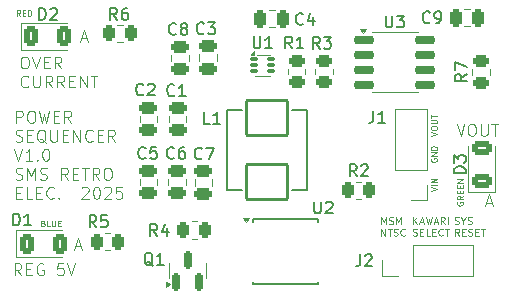
<source format=gto>
G04 #@! TF.GenerationSoftware,KiCad,Pcbnew,8.0.7*
G04 #@! TF.CreationDate,2025-02-23T01:29:40-05:00*
G04 #@! TF.ProjectId,switched_reg,73776974-6368-4656-945f-7265672e6b69,rev?*
G04 #@! TF.SameCoordinates,Original*
G04 #@! TF.FileFunction,Legend,Top*
G04 #@! TF.FilePolarity,Positive*
%FSLAX46Y46*%
G04 Gerber Fmt 4.6, Leading zero omitted, Abs format (unit mm)*
G04 Created by KiCad (PCBNEW 8.0.7) date 2025-02-23 01:29:40*
%MOMM*%
%LPD*%
G01*
G04 APERTURE LIST*
G04 Aperture macros list*
%AMRoundRect*
0 Rectangle with rounded corners*
0 $1 Rounding radius*
0 $2 $3 $4 $5 $6 $7 $8 $9 X,Y pos of 4 corners*
0 Add a 4 corners polygon primitive as box body*
4,1,4,$2,$3,$4,$5,$6,$7,$8,$9,$2,$3,0*
0 Add four circle primitives for the rounded corners*
1,1,$1+$1,$2,$3*
1,1,$1+$1,$4,$5*
1,1,$1+$1,$6,$7*
1,1,$1+$1,$8,$9*
0 Add four rect primitives between the rounded corners*
20,1,$1+$1,$2,$3,$4,$5,0*
20,1,$1+$1,$4,$5,$6,$7,0*
20,1,$1+$1,$6,$7,$8,$9,0*
20,1,$1+$1,$8,$9,$2,$3,0*%
G04 Aperture macros list end*
%ADD10C,0.100000*%
%ADD11C,0.150000*%
%ADD12C,0.120000*%
%ADD13C,0.200000*%
%ADD14RoundRect,0.250000X0.450000X-0.262500X0.450000X0.262500X-0.450000X0.262500X-0.450000X-0.262500X0*%
%ADD15RoundRect,0.150000X-0.725000X-0.150000X0.725000X-0.150000X0.725000X0.150000X-0.725000X0.150000X0*%
%ADD16RoundRect,0.250000X-0.475000X0.250000X-0.475000X-0.250000X0.475000X-0.250000X0.475000X0.250000X0*%
%ADD17RoundRect,0.250000X0.262500X0.450000X-0.262500X0.450000X-0.262500X-0.450000X0.262500X-0.450000X0*%
%ADD18RoundRect,0.250000X-0.450000X0.262500X-0.450000X-0.262500X0.450000X-0.262500X0.450000X0.262500X0*%
%ADD19RoundRect,0.250000X-0.262500X-0.450000X0.262500X-0.450000X0.262500X0.450000X-0.262500X0.450000X0*%
%ADD20RoundRect,0.150000X0.150000X-0.587500X0.150000X0.587500X-0.150000X0.587500X-0.150000X-0.587500X0*%
%ADD21R,1.700000X1.700000*%
%ADD22O,1.700000X1.700000*%
%ADD23RoundRect,0.250000X-0.250000X-0.475000X0.250000X-0.475000X0.250000X0.475000X-0.250000X0.475000X0*%
%ADD24RoundRect,0.250000X-0.375000X-0.625000X0.375000X-0.625000X0.375000X0.625000X-0.375000X0.625000X0*%
%ADD25RoundRect,0.250000X0.625000X-0.375000X0.625000X0.375000X-0.625000X0.375000X-0.625000X-0.375000X0*%
%ADD26R,1.700000X0.650000*%
%ADD27RoundRect,0.085000X-0.265000X-0.085000X0.265000X-0.085000X0.265000X0.085000X-0.265000X0.085000X0*%
%ADD28RoundRect,0.102000X-1.750000X1.475000X-1.750000X-1.475000X1.750000X-1.475000X1.750000X1.475000X0*%
G04 APERTURE END LIST*
D10*
X169505960Y-77628075D02*
X169696436Y-77628075D01*
X169696436Y-77628075D02*
X169791674Y-77675694D01*
X169791674Y-77675694D02*
X169886912Y-77770932D01*
X169886912Y-77770932D02*
X169934531Y-77961408D01*
X169934531Y-77961408D02*
X169934531Y-78294741D01*
X169934531Y-78294741D02*
X169886912Y-78485217D01*
X169886912Y-78485217D02*
X169791674Y-78580456D01*
X169791674Y-78580456D02*
X169696436Y-78628075D01*
X169696436Y-78628075D02*
X169505960Y-78628075D01*
X169505960Y-78628075D02*
X169410722Y-78580456D01*
X169410722Y-78580456D02*
X169315484Y-78485217D01*
X169315484Y-78485217D02*
X169267865Y-78294741D01*
X169267865Y-78294741D02*
X169267865Y-77961408D01*
X169267865Y-77961408D02*
X169315484Y-77770932D01*
X169315484Y-77770932D02*
X169410722Y-77675694D01*
X169410722Y-77675694D02*
X169505960Y-77628075D01*
X170220246Y-77628075D02*
X170553579Y-78628075D01*
X170553579Y-78628075D02*
X170886912Y-77628075D01*
X171220246Y-78104265D02*
X171553579Y-78104265D01*
X171696436Y-78628075D02*
X171220246Y-78628075D01*
X171220246Y-78628075D02*
X171220246Y-77628075D01*
X171220246Y-77628075D02*
X171696436Y-77628075D01*
X172696436Y-78628075D02*
X172363103Y-78151884D01*
X172125008Y-78628075D02*
X172125008Y-77628075D01*
X172125008Y-77628075D02*
X172505960Y-77628075D01*
X172505960Y-77628075D02*
X172601198Y-77675694D01*
X172601198Y-77675694D02*
X172648817Y-77723313D01*
X172648817Y-77723313D02*
X172696436Y-77818551D01*
X172696436Y-77818551D02*
X172696436Y-77961408D01*
X172696436Y-77961408D02*
X172648817Y-78056646D01*
X172648817Y-78056646D02*
X172601198Y-78104265D01*
X172601198Y-78104265D02*
X172505960Y-78151884D01*
X172505960Y-78151884D02*
X172125008Y-78151884D01*
X169886912Y-80142780D02*
X169839293Y-80190400D01*
X169839293Y-80190400D02*
X169696436Y-80238019D01*
X169696436Y-80238019D02*
X169601198Y-80238019D01*
X169601198Y-80238019D02*
X169458341Y-80190400D01*
X169458341Y-80190400D02*
X169363103Y-80095161D01*
X169363103Y-80095161D02*
X169315484Y-79999923D01*
X169315484Y-79999923D02*
X169267865Y-79809447D01*
X169267865Y-79809447D02*
X169267865Y-79666590D01*
X169267865Y-79666590D02*
X169315484Y-79476114D01*
X169315484Y-79476114D02*
X169363103Y-79380876D01*
X169363103Y-79380876D02*
X169458341Y-79285638D01*
X169458341Y-79285638D02*
X169601198Y-79238019D01*
X169601198Y-79238019D02*
X169696436Y-79238019D01*
X169696436Y-79238019D02*
X169839293Y-79285638D01*
X169839293Y-79285638D02*
X169886912Y-79333257D01*
X170315484Y-79238019D02*
X170315484Y-80047542D01*
X170315484Y-80047542D02*
X170363103Y-80142780D01*
X170363103Y-80142780D02*
X170410722Y-80190400D01*
X170410722Y-80190400D02*
X170505960Y-80238019D01*
X170505960Y-80238019D02*
X170696436Y-80238019D01*
X170696436Y-80238019D02*
X170791674Y-80190400D01*
X170791674Y-80190400D02*
X170839293Y-80142780D01*
X170839293Y-80142780D02*
X170886912Y-80047542D01*
X170886912Y-80047542D02*
X170886912Y-79238019D01*
X171934531Y-80238019D02*
X171601198Y-79761828D01*
X171363103Y-80238019D02*
X171363103Y-79238019D01*
X171363103Y-79238019D02*
X171744055Y-79238019D01*
X171744055Y-79238019D02*
X171839293Y-79285638D01*
X171839293Y-79285638D02*
X171886912Y-79333257D01*
X171886912Y-79333257D02*
X171934531Y-79428495D01*
X171934531Y-79428495D02*
X171934531Y-79571352D01*
X171934531Y-79571352D02*
X171886912Y-79666590D01*
X171886912Y-79666590D02*
X171839293Y-79714209D01*
X171839293Y-79714209D02*
X171744055Y-79761828D01*
X171744055Y-79761828D02*
X171363103Y-79761828D01*
X172934531Y-80238019D02*
X172601198Y-79761828D01*
X172363103Y-80238019D02*
X172363103Y-79238019D01*
X172363103Y-79238019D02*
X172744055Y-79238019D01*
X172744055Y-79238019D02*
X172839293Y-79285638D01*
X172839293Y-79285638D02*
X172886912Y-79333257D01*
X172886912Y-79333257D02*
X172934531Y-79428495D01*
X172934531Y-79428495D02*
X172934531Y-79571352D01*
X172934531Y-79571352D02*
X172886912Y-79666590D01*
X172886912Y-79666590D02*
X172839293Y-79714209D01*
X172839293Y-79714209D02*
X172744055Y-79761828D01*
X172744055Y-79761828D02*
X172363103Y-79761828D01*
X173363103Y-79714209D02*
X173696436Y-79714209D01*
X173839293Y-80238019D02*
X173363103Y-80238019D01*
X173363103Y-80238019D02*
X173363103Y-79238019D01*
X173363103Y-79238019D02*
X173839293Y-79238019D01*
X174267865Y-80238019D02*
X174267865Y-79238019D01*
X174267865Y-79238019D02*
X174839293Y-80238019D01*
X174839293Y-80238019D02*
X174839293Y-79238019D01*
X175172627Y-79238019D02*
X175744055Y-79238019D01*
X175458341Y-80238019D02*
X175458341Y-79238019D01*
X203979809Y-89015191D02*
X204479809Y-88848525D01*
X204479809Y-88848525D02*
X203979809Y-88681858D01*
X204479809Y-88515192D02*
X203979809Y-88515192D01*
X204479809Y-88277097D02*
X203979809Y-88277097D01*
X203979809Y-88277097D02*
X204479809Y-87991383D01*
X204479809Y-87991383D02*
X203979809Y-87991383D01*
X204003619Y-86268858D02*
X203979809Y-86316477D01*
X203979809Y-86316477D02*
X203979809Y-86387906D01*
X203979809Y-86387906D02*
X204003619Y-86459334D01*
X204003619Y-86459334D02*
X204051238Y-86506953D01*
X204051238Y-86506953D02*
X204098857Y-86530763D01*
X204098857Y-86530763D02*
X204194095Y-86554572D01*
X204194095Y-86554572D02*
X204265523Y-86554572D01*
X204265523Y-86554572D02*
X204360761Y-86530763D01*
X204360761Y-86530763D02*
X204408380Y-86506953D01*
X204408380Y-86506953D02*
X204456000Y-86459334D01*
X204456000Y-86459334D02*
X204479809Y-86387906D01*
X204479809Y-86387906D02*
X204479809Y-86340287D01*
X204479809Y-86340287D02*
X204456000Y-86268858D01*
X204456000Y-86268858D02*
X204432190Y-86245049D01*
X204432190Y-86245049D02*
X204265523Y-86245049D01*
X204265523Y-86245049D02*
X204265523Y-86340287D01*
X204479809Y-86030763D02*
X203979809Y-86030763D01*
X203979809Y-86030763D02*
X204479809Y-85745049D01*
X204479809Y-85745049D02*
X203979809Y-85745049D01*
X204479809Y-85506953D02*
X203979809Y-85506953D01*
X203979809Y-85506953D02*
X203979809Y-85387905D01*
X203979809Y-85387905D02*
X204003619Y-85316477D01*
X204003619Y-85316477D02*
X204051238Y-85268858D01*
X204051238Y-85268858D02*
X204098857Y-85245048D01*
X204098857Y-85245048D02*
X204194095Y-85221239D01*
X204194095Y-85221239D02*
X204265523Y-85221239D01*
X204265523Y-85221239D02*
X204360761Y-85245048D01*
X204360761Y-85245048D02*
X204408380Y-85268858D01*
X204408380Y-85268858D02*
X204456000Y-85316477D01*
X204456000Y-85316477D02*
X204479809Y-85387905D01*
X204479809Y-85387905D02*
X204479809Y-85506953D01*
X203979809Y-84316191D02*
X204479809Y-84149525D01*
X204479809Y-84149525D02*
X203979809Y-83982858D01*
X203979809Y-83720954D02*
X203979809Y-83625716D01*
X203979809Y-83625716D02*
X204003619Y-83578097D01*
X204003619Y-83578097D02*
X204051238Y-83530478D01*
X204051238Y-83530478D02*
X204146476Y-83506668D01*
X204146476Y-83506668D02*
X204313142Y-83506668D01*
X204313142Y-83506668D02*
X204408380Y-83530478D01*
X204408380Y-83530478D02*
X204456000Y-83578097D01*
X204456000Y-83578097D02*
X204479809Y-83625716D01*
X204479809Y-83625716D02*
X204479809Y-83720954D01*
X204479809Y-83720954D02*
X204456000Y-83768573D01*
X204456000Y-83768573D02*
X204408380Y-83816192D01*
X204408380Y-83816192D02*
X204313142Y-83840001D01*
X204313142Y-83840001D02*
X204146476Y-83840001D01*
X204146476Y-83840001D02*
X204051238Y-83816192D01*
X204051238Y-83816192D02*
X204003619Y-83768573D01*
X204003619Y-83768573D02*
X203979809Y-83720954D01*
X203979809Y-83292382D02*
X204384571Y-83292382D01*
X204384571Y-83292382D02*
X204432190Y-83268572D01*
X204432190Y-83268572D02*
X204456000Y-83244763D01*
X204456000Y-83244763D02*
X204479809Y-83197144D01*
X204479809Y-83197144D02*
X204479809Y-83101906D01*
X204479809Y-83101906D02*
X204456000Y-83054287D01*
X204456000Y-83054287D02*
X204432190Y-83030477D01*
X204432190Y-83030477D02*
X204384571Y-83006668D01*
X204384571Y-83006668D02*
X203979809Y-83006668D01*
X203979809Y-82840000D02*
X203979809Y-82554286D01*
X204479809Y-82697143D02*
X203979809Y-82697143D01*
X206155027Y-83327419D02*
X206488360Y-84327419D01*
X206488360Y-84327419D02*
X206821693Y-83327419D01*
X207345503Y-83327419D02*
X207535979Y-83327419D01*
X207535979Y-83327419D02*
X207631217Y-83375038D01*
X207631217Y-83375038D02*
X207726455Y-83470276D01*
X207726455Y-83470276D02*
X207774074Y-83660752D01*
X207774074Y-83660752D02*
X207774074Y-83994085D01*
X207774074Y-83994085D02*
X207726455Y-84184561D01*
X207726455Y-84184561D02*
X207631217Y-84279800D01*
X207631217Y-84279800D02*
X207535979Y-84327419D01*
X207535979Y-84327419D02*
X207345503Y-84327419D01*
X207345503Y-84327419D02*
X207250265Y-84279800D01*
X207250265Y-84279800D02*
X207155027Y-84184561D01*
X207155027Y-84184561D02*
X207107408Y-83994085D01*
X207107408Y-83994085D02*
X207107408Y-83660752D01*
X207107408Y-83660752D02*
X207155027Y-83470276D01*
X207155027Y-83470276D02*
X207250265Y-83375038D01*
X207250265Y-83375038D02*
X207345503Y-83327419D01*
X208202646Y-83327419D02*
X208202646Y-84136942D01*
X208202646Y-84136942D02*
X208250265Y-84232180D01*
X208250265Y-84232180D02*
X208297884Y-84279800D01*
X208297884Y-84279800D02*
X208393122Y-84327419D01*
X208393122Y-84327419D02*
X208583598Y-84327419D01*
X208583598Y-84327419D02*
X208678836Y-84279800D01*
X208678836Y-84279800D02*
X208726455Y-84232180D01*
X208726455Y-84232180D02*
X208774074Y-84136942D01*
X208774074Y-84136942D02*
X208774074Y-83327419D01*
X209107408Y-83327419D02*
X209678836Y-83327419D01*
X209393122Y-84327419D02*
X209393122Y-83327419D01*
X169302712Y-96138419D02*
X168969379Y-95662228D01*
X168731284Y-96138419D02*
X168731284Y-95138419D01*
X168731284Y-95138419D02*
X169112236Y-95138419D01*
X169112236Y-95138419D02*
X169207474Y-95186038D01*
X169207474Y-95186038D02*
X169255093Y-95233657D01*
X169255093Y-95233657D02*
X169302712Y-95328895D01*
X169302712Y-95328895D02*
X169302712Y-95471752D01*
X169302712Y-95471752D02*
X169255093Y-95566990D01*
X169255093Y-95566990D02*
X169207474Y-95614609D01*
X169207474Y-95614609D02*
X169112236Y-95662228D01*
X169112236Y-95662228D02*
X168731284Y-95662228D01*
X169731284Y-95614609D02*
X170064617Y-95614609D01*
X170207474Y-96138419D02*
X169731284Y-96138419D01*
X169731284Y-96138419D02*
X169731284Y-95138419D01*
X169731284Y-95138419D02*
X170207474Y-95138419D01*
X171159855Y-95186038D02*
X171064617Y-95138419D01*
X171064617Y-95138419D02*
X170921760Y-95138419D01*
X170921760Y-95138419D02*
X170778903Y-95186038D01*
X170778903Y-95186038D02*
X170683665Y-95281276D01*
X170683665Y-95281276D02*
X170636046Y-95376514D01*
X170636046Y-95376514D02*
X170588427Y-95566990D01*
X170588427Y-95566990D02*
X170588427Y-95709847D01*
X170588427Y-95709847D02*
X170636046Y-95900323D01*
X170636046Y-95900323D02*
X170683665Y-95995561D01*
X170683665Y-95995561D02*
X170778903Y-96090800D01*
X170778903Y-96090800D02*
X170921760Y-96138419D01*
X170921760Y-96138419D02*
X171016998Y-96138419D01*
X171016998Y-96138419D02*
X171159855Y-96090800D01*
X171159855Y-96090800D02*
X171207474Y-96043180D01*
X171207474Y-96043180D02*
X171207474Y-95709847D01*
X171207474Y-95709847D02*
X171016998Y-95709847D01*
X172874141Y-95138419D02*
X172397951Y-95138419D01*
X172397951Y-95138419D02*
X172350332Y-95614609D01*
X172350332Y-95614609D02*
X172397951Y-95566990D01*
X172397951Y-95566990D02*
X172493189Y-95519371D01*
X172493189Y-95519371D02*
X172731284Y-95519371D01*
X172731284Y-95519371D02*
X172826522Y-95566990D01*
X172826522Y-95566990D02*
X172874141Y-95614609D01*
X172874141Y-95614609D02*
X172921760Y-95709847D01*
X172921760Y-95709847D02*
X172921760Y-95947942D01*
X172921760Y-95947942D02*
X172874141Y-96043180D01*
X172874141Y-96043180D02*
X172826522Y-96090800D01*
X172826522Y-96090800D02*
X172731284Y-96138419D01*
X172731284Y-96138419D02*
X172493189Y-96138419D01*
X172493189Y-96138419D02*
X172397951Y-96090800D01*
X172397951Y-96090800D02*
X172350332Y-96043180D01*
X173207475Y-95138419D02*
X173540808Y-96138419D01*
X173540808Y-96138419D02*
X173874141Y-95138419D01*
X169199750Y-74177809D02*
X169033084Y-73939714D01*
X168914036Y-74177809D02*
X168914036Y-73677809D01*
X168914036Y-73677809D02*
X169104512Y-73677809D01*
X169104512Y-73677809D02*
X169152131Y-73701619D01*
X169152131Y-73701619D02*
X169175941Y-73725428D01*
X169175941Y-73725428D02*
X169199750Y-73773047D01*
X169199750Y-73773047D02*
X169199750Y-73844476D01*
X169199750Y-73844476D02*
X169175941Y-73892095D01*
X169175941Y-73892095D02*
X169152131Y-73915904D01*
X169152131Y-73915904D02*
X169104512Y-73939714D01*
X169104512Y-73939714D02*
X168914036Y-73939714D01*
X169414036Y-73915904D02*
X169580703Y-73915904D01*
X169652131Y-74177809D02*
X169414036Y-74177809D01*
X169414036Y-74177809D02*
X169414036Y-73677809D01*
X169414036Y-73677809D02*
X169652131Y-73677809D01*
X169866417Y-74177809D02*
X169866417Y-73677809D01*
X169866417Y-73677809D02*
X169985465Y-73677809D01*
X169985465Y-73677809D02*
X170056893Y-73701619D01*
X170056893Y-73701619D02*
X170104512Y-73749238D01*
X170104512Y-73749238D02*
X170128322Y-73796857D01*
X170128322Y-73796857D02*
X170152131Y-73892095D01*
X170152131Y-73892095D02*
X170152131Y-73963523D01*
X170152131Y-73963523D02*
X170128322Y-74058761D01*
X170128322Y-74058761D02*
X170104512Y-74106380D01*
X170104512Y-74106380D02*
X170056893Y-74154000D01*
X170056893Y-74154000D02*
X169985465Y-74177809D01*
X169985465Y-74177809D02*
X169866417Y-74177809D01*
X206213419Y-89951858D02*
X206189609Y-89999477D01*
X206189609Y-89999477D02*
X206189609Y-90070906D01*
X206189609Y-90070906D02*
X206213419Y-90142334D01*
X206213419Y-90142334D02*
X206261038Y-90189953D01*
X206261038Y-90189953D02*
X206308657Y-90213763D01*
X206308657Y-90213763D02*
X206403895Y-90237572D01*
X206403895Y-90237572D02*
X206475323Y-90237572D01*
X206475323Y-90237572D02*
X206570561Y-90213763D01*
X206570561Y-90213763D02*
X206618180Y-90189953D01*
X206618180Y-90189953D02*
X206665800Y-90142334D01*
X206665800Y-90142334D02*
X206689609Y-90070906D01*
X206689609Y-90070906D02*
X206689609Y-90023287D01*
X206689609Y-90023287D02*
X206665800Y-89951858D01*
X206665800Y-89951858D02*
X206641990Y-89928049D01*
X206641990Y-89928049D02*
X206475323Y-89928049D01*
X206475323Y-89928049D02*
X206475323Y-90023287D01*
X206689609Y-89428049D02*
X206451514Y-89594715D01*
X206689609Y-89713763D02*
X206189609Y-89713763D01*
X206189609Y-89713763D02*
X206189609Y-89523287D01*
X206189609Y-89523287D02*
X206213419Y-89475668D01*
X206213419Y-89475668D02*
X206237228Y-89451858D01*
X206237228Y-89451858D02*
X206284847Y-89428049D01*
X206284847Y-89428049D02*
X206356276Y-89428049D01*
X206356276Y-89428049D02*
X206403895Y-89451858D01*
X206403895Y-89451858D02*
X206427704Y-89475668D01*
X206427704Y-89475668D02*
X206451514Y-89523287D01*
X206451514Y-89523287D02*
X206451514Y-89713763D01*
X206427704Y-89213763D02*
X206427704Y-89047096D01*
X206689609Y-88975668D02*
X206689609Y-89213763D01*
X206689609Y-89213763D02*
X206189609Y-89213763D01*
X206189609Y-89213763D02*
X206189609Y-88975668D01*
X206427704Y-88761382D02*
X206427704Y-88594715D01*
X206689609Y-88523287D02*
X206689609Y-88761382D01*
X206689609Y-88761382D02*
X206189609Y-88761382D01*
X206189609Y-88761382D02*
X206189609Y-88523287D01*
X206689609Y-88309001D02*
X206189609Y-88309001D01*
X206189609Y-88309001D02*
X206689609Y-88023287D01*
X206689609Y-88023287D02*
X206189609Y-88023287D01*
X173865265Y-93693704D02*
X174341455Y-93693704D01*
X173770027Y-93979419D02*
X174103360Y-92979419D01*
X174103360Y-92979419D02*
X174436693Y-93979419D01*
X174373265Y-76066104D02*
X174849455Y-76066104D01*
X174278027Y-76351819D02*
X174611360Y-75351819D01*
X174611360Y-75351819D02*
X174944693Y-76351819D01*
X205996274Y-91789234D02*
X206081989Y-91817805D01*
X206081989Y-91817805D02*
X206224846Y-91817805D01*
X206224846Y-91817805D02*
X206281989Y-91789234D01*
X206281989Y-91789234D02*
X206310560Y-91760662D01*
X206310560Y-91760662D02*
X206339131Y-91703519D01*
X206339131Y-91703519D02*
X206339131Y-91646376D01*
X206339131Y-91646376D02*
X206310560Y-91589234D01*
X206310560Y-91589234D02*
X206281989Y-91560662D01*
X206281989Y-91560662D02*
X206224846Y-91532091D01*
X206224846Y-91532091D02*
X206110560Y-91503519D01*
X206110560Y-91503519D02*
X206053417Y-91474948D01*
X206053417Y-91474948D02*
X206024846Y-91446376D01*
X206024846Y-91446376D02*
X205996274Y-91389234D01*
X205996274Y-91389234D02*
X205996274Y-91332091D01*
X205996274Y-91332091D02*
X206024846Y-91274948D01*
X206024846Y-91274948D02*
X206053417Y-91246376D01*
X206053417Y-91246376D02*
X206110560Y-91217805D01*
X206110560Y-91217805D02*
X206253417Y-91217805D01*
X206253417Y-91217805D02*
X206339131Y-91246376D01*
X206710560Y-91532091D02*
X206710560Y-91817805D01*
X206510560Y-91217805D02*
X206710560Y-91532091D01*
X206710560Y-91532091D02*
X206910560Y-91217805D01*
X207081989Y-91789234D02*
X207167704Y-91817805D01*
X207167704Y-91817805D02*
X207310561Y-91817805D01*
X207310561Y-91817805D02*
X207367704Y-91789234D01*
X207367704Y-91789234D02*
X207396275Y-91760662D01*
X207396275Y-91760662D02*
X207424846Y-91703519D01*
X207424846Y-91703519D02*
X207424846Y-91646376D01*
X207424846Y-91646376D02*
X207396275Y-91589234D01*
X207396275Y-91589234D02*
X207367704Y-91560662D01*
X207367704Y-91560662D02*
X207310561Y-91532091D01*
X207310561Y-91532091D02*
X207196275Y-91503519D01*
X207196275Y-91503519D02*
X207139132Y-91474948D01*
X207139132Y-91474948D02*
X207110561Y-91446376D01*
X207110561Y-91446376D02*
X207081989Y-91389234D01*
X207081989Y-91389234D02*
X207081989Y-91332091D01*
X207081989Y-91332091D02*
X207110561Y-91274948D01*
X207110561Y-91274948D02*
X207139132Y-91246376D01*
X207139132Y-91246376D02*
X207196275Y-91217805D01*
X207196275Y-91217805D02*
X207339132Y-91217805D01*
X207339132Y-91217805D02*
X207424846Y-91246376D01*
X206367703Y-92783771D02*
X206167703Y-92498057D01*
X206024846Y-92783771D02*
X206024846Y-92183771D01*
X206024846Y-92183771D02*
X206253417Y-92183771D01*
X206253417Y-92183771D02*
X206310560Y-92212342D01*
X206310560Y-92212342D02*
X206339131Y-92240914D01*
X206339131Y-92240914D02*
X206367703Y-92298057D01*
X206367703Y-92298057D02*
X206367703Y-92383771D01*
X206367703Y-92383771D02*
X206339131Y-92440914D01*
X206339131Y-92440914D02*
X206310560Y-92469485D01*
X206310560Y-92469485D02*
X206253417Y-92498057D01*
X206253417Y-92498057D02*
X206024846Y-92498057D01*
X206624846Y-92469485D02*
X206824846Y-92469485D01*
X206910560Y-92783771D02*
X206624846Y-92783771D01*
X206624846Y-92783771D02*
X206624846Y-92183771D01*
X206624846Y-92183771D02*
X206910560Y-92183771D01*
X207139131Y-92755200D02*
X207224846Y-92783771D01*
X207224846Y-92783771D02*
X207367703Y-92783771D01*
X207367703Y-92783771D02*
X207424846Y-92755200D01*
X207424846Y-92755200D02*
X207453417Y-92726628D01*
X207453417Y-92726628D02*
X207481988Y-92669485D01*
X207481988Y-92669485D02*
X207481988Y-92612342D01*
X207481988Y-92612342D02*
X207453417Y-92555200D01*
X207453417Y-92555200D02*
X207424846Y-92526628D01*
X207424846Y-92526628D02*
X207367703Y-92498057D01*
X207367703Y-92498057D02*
X207253417Y-92469485D01*
X207253417Y-92469485D02*
X207196274Y-92440914D01*
X207196274Y-92440914D02*
X207167703Y-92412342D01*
X207167703Y-92412342D02*
X207139131Y-92355200D01*
X207139131Y-92355200D02*
X207139131Y-92298057D01*
X207139131Y-92298057D02*
X207167703Y-92240914D01*
X207167703Y-92240914D02*
X207196274Y-92212342D01*
X207196274Y-92212342D02*
X207253417Y-92183771D01*
X207253417Y-92183771D02*
X207396274Y-92183771D01*
X207396274Y-92183771D02*
X207481988Y-92212342D01*
X207739132Y-92469485D02*
X207939132Y-92469485D01*
X208024846Y-92783771D02*
X207739132Y-92783771D01*
X207739132Y-92783771D02*
X207739132Y-92183771D01*
X207739132Y-92183771D02*
X208024846Y-92183771D01*
X208196274Y-92183771D02*
X208539132Y-92183771D01*
X208367703Y-92783771D02*
X208367703Y-92183771D01*
X208688665Y-89985304D02*
X209164855Y-89985304D01*
X208593427Y-90271019D02*
X208926760Y-89271019D01*
X208926760Y-89271019D02*
X209260093Y-90271019D01*
X168858284Y-83221643D02*
X168858284Y-82221643D01*
X168858284Y-82221643D02*
X169239236Y-82221643D01*
X169239236Y-82221643D02*
X169334474Y-82269262D01*
X169334474Y-82269262D02*
X169382093Y-82316881D01*
X169382093Y-82316881D02*
X169429712Y-82412119D01*
X169429712Y-82412119D02*
X169429712Y-82554976D01*
X169429712Y-82554976D02*
X169382093Y-82650214D01*
X169382093Y-82650214D02*
X169334474Y-82697833D01*
X169334474Y-82697833D02*
X169239236Y-82745452D01*
X169239236Y-82745452D02*
X168858284Y-82745452D01*
X170048760Y-82221643D02*
X170239236Y-82221643D01*
X170239236Y-82221643D02*
X170334474Y-82269262D01*
X170334474Y-82269262D02*
X170429712Y-82364500D01*
X170429712Y-82364500D02*
X170477331Y-82554976D01*
X170477331Y-82554976D02*
X170477331Y-82888309D01*
X170477331Y-82888309D02*
X170429712Y-83078785D01*
X170429712Y-83078785D02*
X170334474Y-83174024D01*
X170334474Y-83174024D02*
X170239236Y-83221643D01*
X170239236Y-83221643D02*
X170048760Y-83221643D01*
X170048760Y-83221643D02*
X169953522Y-83174024D01*
X169953522Y-83174024D02*
X169858284Y-83078785D01*
X169858284Y-83078785D02*
X169810665Y-82888309D01*
X169810665Y-82888309D02*
X169810665Y-82554976D01*
X169810665Y-82554976D02*
X169858284Y-82364500D01*
X169858284Y-82364500D02*
X169953522Y-82269262D01*
X169953522Y-82269262D02*
X170048760Y-82221643D01*
X170810665Y-82221643D02*
X171048760Y-83221643D01*
X171048760Y-83221643D02*
X171239236Y-82507357D01*
X171239236Y-82507357D02*
X171429712Y-83221643D01*
X171429712Y-83221643D02*
X171667808Y-82221643D01*
X172048760Y-82697833D02*
X172382093Y-82697833D01*
X172524950Y-83221643D02*
X172048760Y-83221643D01*
X172048760Y-83221643D02*
X172048760Y-82221643D01*
X172048760Y-82221643D02*
X172524950Y-82221643D01*
X173524950Y-83221643D02*
X173191617Y-82745452D01*
X172953522Y-83221643D02*
X172953522Y-82221643D01*
X172953522Y-82221643D02*
X173334474Y-82221643D01*
X173334474Y-82221643D02*
X173429712Y-82269262D01*
X173429712Y-82269262D02*
X173477331Y-82316881D01*
X173477331Y-82316881D02*
X173524950Y-82412119D01*
X173524950Y-82412119D02*
X173524950Y-82554976D01*
X173524950Y-82554976D02*
X173477331Y-82650214D01*
X173477331Y-82650214D02*
X173429712Y-82697833D01*
X173429712Y-82697833D02*
X173334474Y-82745452D01*
X173334474Y-82745452D02*
X172953522Y-82745452D01*
X168810665Y-84783968D02*
X168953522Y-84831587D01*
X168953522Y-84831587D02*
X169191617Y-84831587D01*
X169191617Y-84831587D02*
X169286855Y-84783968D01*
X169286855Y-84783968D02*
X169334474Y-84736348D01*
X169334474Y-84736348D02*
X169382093Y-84641110D01*
X169382093Y-84641110D02*
X169382093Y-84545872D01*
X169382093Y-84545872D02*
X169334474Y-84450634D01*
X169334474Y-84450634D02*
X169286855Y-84403015D01*
X169286855Y-84403015D02*
X169191617Y-84355396D01*
X169191617Y-84355396D02*
X169001141Y-84307777D01*
X169001141Y-84307777D02*
X168905903Y-84260158D01*
X168905903Y-84260158D02*
X168858284Y-84212539D01*
X168858284Y-84212539D02*
X168810665Y-84117301D01*
X168810665Y-84117301D02*
X168810665Y-84022063D01*
X168810665Y-84022063D02*
X168858284Y-83926825D01*
X168858284Y-83926825D02*
X168905903Y-83879206D01*
X168905903Y-83879206D02*
X169001141Y-83831587D01*
X169001141Y-83831587D02*
X169239236Y-83831587D01*
X169239236Y-83831587D02*
X169382093Y-83879206D01*
X169810665Y-84307777D02*
X170143998Y-84307777D01*
X170286855Y-84831587D02*
X169810665Y-84831587D01*
X169810665Y-84831587D02*
X169810665Y-83831587D01*
X169810665Y-83831587D02*
X170286855Y-83831587D01*
X171382093Y-84926825D02*
X171286855Y-84879206D01*
X171286855Y-84879206D02*
X171191617Y-84783968D01*
X171191617Y-84783968D02*
X171048760Y-84641110D01*
X171048760Y-84641110D02*
X170953522Y-84593491D01*
X170953522Y-84593491D02*
X170858284Y-84593491D01*
X170905903Y-84831587D02*
X170810665Y-84783968D01*
X170810665Y-84783968D02*
X170715427Y-84688729D01*
X170715427Y-84688729D02*
X170667808Y-84498253D01*
X170667808Y-84498253D02*
X170667808Y-84164920D01*
X170667808Y-84164920D02*
X170715427Y-83974444D01*
X170715427Y-83974444D02*
X170810665Y-83879206D01*
X170810665Y-83879206D02*
X170905903Y-83831587D01*
X170905903Y-83831587D02*
X171096379Y-83831587D01*
X171096379Y-83831587D02*
X171191617Y-83879206D01*
X171191617Y-83879206D02*
X171286855Y-83974444D01*
X171286855Y-83974444D02*
X171334474Y-84164920D01*
X171334474Y-84164920D02*
X171334474Y-84498253D01*
X171334474Y-84498253D02*
X171286855Y-84688729D01*
X171286855Y-84688729D02*
X171191617Y-84783968D01*
X171191617Y-84783968D02*
X171096379Y-84831587D01*
X171096379Y-84831587D02*
X170905903Y-84831587D01*
X171763046Y-83831587D02*
X171763046Y-84641110D01*
X171763046Y-84641110D02*
X171810665Y-84736348D01*
X171810665Y-84736348D02*
X171858284Y-84783968D01*
X171858284Y-84783968D02*
X171953522Y-84831587D01*
X171953522Y-84831587D02*
X172143998Y-84831587D01*
X172143998Y-84831587D02*
X172239236Y-84783968D01*
X172239236Y-84783968D02*
X172286855Y-84736348D01*
X172286855Y-84736348D02*
X172334474Y-84641110D01*
X172334474Y-84641110D02*
X172334474Y-83831587D01*
X172810665Y-84307777D02*
X173143998Y-84307777D01*
X173286855Y-84831587D02*
X172810665Y-84831587D01*
X172810665Y-84831587D02*
X172810665Y-83831587D01*
X172810665Y-83831587D02*
X173286855Y-83831587D01*
X173715427Y-84831587D02*
X173715427Y-83831587D01*
X173715427Y-83831587D02*
X174286855Y-84831587D01*
X174286855Y-84831587D02*
X174286855Y-83831587D01*
X175334474Y-84736348D02*
X175286855Y-84783968D01*
X175286855Y-84783968D02*
X175143998Y-84831587D01*
X175143998Y-84831587D02*
X175048760Y-84831587D01*
X175048760Y-84831587D02*
X174905903Y-84783968D01*
X174905903Y-84783968D02*
X174810665Y-84688729D01*
X174810665Y-84688729D02*
X174763046Y-84593491D01*
X174763046Y-84593491D02*
X174715427Y-84403015D01*
X174715427Y-84403015D02*
X174715427Y-84260158D01*
X174715427Y-84260158D02*
X174763046Y-84069682D01*
X174763046Y-84069682D02*
X174810665Y-83974444D01*
X174810665Y-83974444D02*
X174905903Y-83879206D01*
X174905903Y-83879206D02*
X175048760Y-83831587D01*
X175048760Y-83831587D02*
X175143998Y-83831587D01*
X175143998Y-83831587D02*
X175286855Y-83879206D01*
X175286855Y-83879206D02*
X175334474Y-83926825D01*
X175763046Y-84307777D02*
X176096379Y-84307777D01*
X176239236Y-84831587D02*
X175763046Y-84831587D01*
X175763046Y-84831587D02*
X175763046Y-83831587D01*
X175763046Y-83831587D02*
X176239236Y-83831587D01*
X177239236Y-84831587D02*
X176905903Y-84355396D01*
X176667808Y-84831587D02*
X176667808Y-83831587D01*
X176667808Y-83831587D02*
X177048760Y-83831587D01*
X177048760Y-83831587D02*
X177143998Y-83879206D01*
X177143998Y-83879206D02*
X177191617Y-83926825D01*
X177191617Y-83926825D02*
X177239236Y-84022063D01*
X177239236Y-84022063D02*
X177239236Y-84164920D01*
X177239236Y-84164920D02*
X177191617Y-84260158D01*
X177191617Y-84260158D02*
X177143998Y-84307777D01*
X177143998Y-84307777D02*
X177048760Y-84355396D01*
X177048760Y-84355396D02*
X176667808Y-84355396D01*
X168715427Y-85441531D02*
X169048760Y-86441531D01*
X169048760Y-86441531D02*
X169382093Y-85441531D01*
X170239236Y-86441531D02*
X169667808Y-86441531D01*
X169953522Y-86441531D02*
X169953522Y-85441531D01*
X169953522Y-85441531D02*
X169858284Y-85584388D01*
X169858284Y-85584388D02*
X169763046Y-85679626D01*
X169763046Y-85679626D02*
X169667808Y-85727245D01*
X170667808Y-86346292D02*
X170715427Y-86393912D01*
X170715427Y-86393912D02*
X170667808Y-86441531D01*
X170667808Y-86441531D02*
X170620189Y-86393912D01*
X170620189Y-86393912D02*
X170667808Y-86346292D01*
X170667808Y-86346292D02*
X170667808Y-86441531D01*
X171334474Y-85441531D02*
X171429712Y-85441531D01*
X171429712Y-85441531D02*
X171524950Y-85489150D01*
X171524950Y-85489150D02*
X171572569Y-85536769D01*
X171572569Y-85536769D02*
X171620188Y-85632007D01*
X171620188Y-85632007D02*
X171667807Y-85822483D01*
X171667807Y-85822483D02*
X171667807Y-86060578D01*
X171667807Y-86060578D02*
X171620188Y-86251054D01*
X171620188Y-86251054D02*
X171572569Y-86346292D01*
X171572569Y-86346292D02*
X171524950Y-86393912D01*
X171524950Y-86393912D02*
X171429712Y-86441531D01*
X171429712Y-86441531D02*
X171334474Y-86441531D01*
X171334474Y-86441531D02*
X171239236Y-86393912D01*
X171239236Y-86393912D02*
X171191617Y-86346292D01*
X171191617Y-86346292D02*
X171143998Y-86251054D01*
X171143998Y-86251054D02*
X171096379Y-86060578D01*
X171096379Y-86060578D02*
X171096379Y-85822483D01*
X171096379Y-85822483D02*
X171143998Y-85632007D01*
X171143998Y-85632007D02*
X171191617Y-85536769D01*
X171191617Y-85536769D02*
X171239236Y-85489150D01*
X171239236Y-85489150D02*
X171334474Y-85441531D01*
X168810665Y-88003856D02*
X168953522Y-88051475D01*
X168953522Y-88051475D02*
X169191617Y-88051475D01*
X169191617Y-88051475D02*
X169286855Y-88003856D01*
X169286855Y-88003856D02*
X169334474Y-87956236D01*
X169334474Y-87956236D02*
X169382093Y-87860998D01*
X169382093Y-87860998D02*
X169382093Y-87765760D01*
X169382093Y-87765760D02*
X169334474Y-87670522D01*
X169334474Y-87670522D02*
X169286855Y-87622903D01*
X169286855Y-87622903D02*
X169191617Y-87575284D01*
X169191617Y-87575284D02*
X169001141Y-87527665D01*
X169001141Y-87527665D02*
X168905903Y-87480046D01*
X168905903Y-87480046D02*
X168858284Y-87432427D01*
X168858284Y-87432427D02*
X168810665Y-87337189D01*
X168810665Y-87337189D02*
X168810665Y-87241951D01*
X168810665Y-87241951D02*
X168858284Y-87146713D01*
X168858284Y-87146713D02*
X168905903Y-87099094D01*
X168905903Y-87099094D02*
X169001141Y-87051475D01*
X169001141Y-87051475D02*
X169239236Y-87051475D01*
X169239236Y-87051475D02*
X169382093Y-87099094D01*
X169810665Y-88051475D02*
X169810665Y-87051475D01*
X169810665Y-87051475D02*
X170143998Y-87765760D01*
X170143998Y-87765760D02*
X170477331Y-87051475D01*
X170477331Y-87051475D02*
X170477331Y-88051475D01*
X170905903Y-88003856D02*
X171048760Y-88051475D01*
X171048760Y-88051475D02*
X171286855Y-88051475D01*
X171286855Y-88051475D02*
X171382093Y-88003856D01*
X171382093Y-88003856D02*
X171429712Y-87956236D01*
X171429712Y-87956236D02*
X171477331Y-87860998D01*
X171477331Y-87860998D02*
X171477331Y-87765760D01*
X171477331Y-87765760D02*
X171429712Y-87670522D01*
X171429712Y-87670522D02*
X171382093Y-87622903D01*
X171382093Y-87622903D02*
X171286855Y-87575284D01*
X171286855Y-87575284D02*
X171096379Y-87527665D01*
X171096379Y-87527665D02*
X171001141Y-87480046D01*
X171001141Y-87480046D02*
X170953522Y-87432427D01*
X170953522Y-87432427D02*
X170905903Y-87337189D01*
X170905903Y-87337189D02*
X170905903Y-87241951D01*
X170905903Y-87241951D02*
X170953522Y-87146713D01*
X170953522Y-87146713D02*
X171001141Y-87099094D01*
X171001141Y-87099094D02*
X171096379Y-87051475D01*
X171096379Y-87051475D02*
X171334474Y-87051475D01*
X171334474Y-87051475D02*
X171477331Y-87099094D01*
X173239236Y-88051475D02*
X172905903Y-87575284D01*
X172667808Y-88051475D02*
X172667808Y-87051475D01*
X172667808Y-87051475D02*
X173048760Y-87051475D01*
X173048760Y-87051475D02*
X173143998Y-87099094D01*
X173143998Y-87099094D02*
X173191617Y-87146713D01*
X173191617Y-87146713D02*
X173239236Y-87241951D01*
X173239236Y-87241951D02*
X173239236Y-87384808D01*
X173239236Y-87384808D02*
X173191617Y-87480046D01*
X173191617Y-87480046D02*
X173143998Y-87527665D01*
X173143998Y-87527665D02*
X173048760Y-87575284D01*
X173048760Y-87575284D02*
X172667808Y-87575284D01*
X173667808Y-87527665D02*
X174001141Y-87527665D01*
X174143998Y-88051475D02*
X173667808Y-88051475D01*
X173667808Y-88051475D02*
X173667808Y-87051475D01*
X173667808Y-87051475D02*
X174143998Y-87051475D01*
X174429713Y-87051475D02*
X175001141Y-87051475D01*
X174715427Y-88051475D02*
X174715427Y-87051475D01*
X175905903Y-88051475D02*
X175572570Y-87575284D01*
X175334475Y-88051475D02*
X175334475Y-87051475D01*
X175334475Y-87051475D02*
X175715427Y-87051475D01*
X175715427Y-87051475D02*
X175810665Y-87099094D01*
X175810665Y-87099094D02*
X175858284Y-87146713D01*
X175858284Y-87146713D02*
X175905903Y-87241951D01*
X175905903Y-87241951D02*
X175905903Y-87384808D01*
X175905903Y-87384808D02*
X175858284Y-87480046D01*
X175858284Y-87480046D02*
X175810665Y-87527665D01*
X175810665Y-87527665D02*
X175715427Y-87575284D01*
X175715427Y-87575284D02*
X175334475Y-87575284D01*
X176524951Y-87051475D02*
X176715427Y-87051475D01*
X176715427Y-87051475D02*
X176810665Y-87099094D01*
X176810665Y-87099094D02*
X176905903Y-87194332D01*
X176905903Y-87194332D02*
X176953522Y-87384808D01*
X176953522Y-87384808D02*
X176953522Y-87718141D01*
X176953522Y-87718141D02*
X176905903Y-87908617D01*
X176905903Y-87908617D02*
X176810665Y-88003856D01*
X176810665Y-88003856D02*
X176715427Y-88051475D01*
X176715427Y-88051475D02*
X176524951Y-88051475D01*
X176524951Y-88051475D02*
X176429713Y-88003856D01*
X176429713Y-88003856D02*
X176334475Y-87908617D01*
X176334475Y-87908617D02*
X176286856Y-87718141D01*
X176286856Y-87718141D02*
X176286856Y-87384808D01*
X176286856Y-87384808D02*
X176334475Y-87194332D01*
X176334475Y-87194332D02*
X176429713Y-87099094D01*
X176429713Y-87099094D02*
X176524951Y-87051475D01*
X168858284Y-89137609D02*
X169191617Y-89137609D01*
X169334474Y-89661419D02*
X168858284Y-89661419D01*
X168858284Y-89661419D02*
X168858284Y-88661419D01*
X168858284Y-88661419D02*
X169334474Y-88661419D01*
X170239236Y-89661419D02*
X169763046Y-89661419D01*
X169763046Y-89661419D02*
X169763046Y-88661419D01*
X170572570Y-89137609D02*
X170905903Y-89137609D01*
X171048760Y-89661419D02*
X170572570Y-89661419D01*
X170572570Y-89661419D02*
X170572570Y-88661419D01*
X170572570Y-88661419D02*
X171048760Y-88661419D01*
X172048760Y-89566180D02*
X172001141Y-89613800D01*
X172001141Y-89613800D02*
X171858284Y-89661419D01*
X171858284Y-89661419D02*
X171763046Y-89661419D01*
X171763046Y-89661419D02*
X171620189Y-89613800D01*
X171620189Y-89613800D02*
X171524951Y-89518561D01*
X171524951Y-89518561D02*
X171477332Y-89423323D01*
X171477332Y-89423323D02*
X171429713Y-89232847D01*
X171429713Y-89232847D02*
X171429713Y-89089990D01*
X171429713Y-89089990D02*
X171477332Y-88899514D01*
X171477332Y-88899514D02*
X171524951Y-88804276D01*
X171524951Y-88804276D02*
X171620189Y-88709038D01*
X171620189Y-88709038D02*
X171763046Y-88661419D01*
X171763046Y-88661419D02*
X171858284Y-88661419D01*
X171858284Y-88661419D02*
X172001141Y-88709038D01*
X172001141Y-88709038D02*
X172048760Y-88756657D01*
X172477332Y-89566180D02*
X172524951Y-89613800D01*
X172524951Y-89613800D02*
X172477332Y-89661419D01*
X172477332Y-89661419D02*
X172429713Y-89613800D01*
X172429713Y-89613800D02*
X172477332Y-89566180D01*
X172477332Y-89566180D02*
X172477332Y-89661419D01*
X174429713Y-88756657D02*
X174477332Y-88709038D01*
X174477332Y-88709038D02*
X174572570Y-88661419D01*
X174572570Y-88661419D02*
X174810665Y-88661419D01*
X174810665Y-88661419D02*
X174905903Y-88709038D01*
X174905903Y-88709038D02*
X174953522Y-88756657D01*
X174953522Y-88756657D02*
X175001141Y-88851895D01*
X175001141Y-88851895D02*
X175001141Y-88947133D01*
X175001141Y-88947133D02*
X174953522Y-89089990D01*
X174953522Y-89089990D02*
X174382094Y-89661419D01*
X174382094Y-89661419D02*
X175001141Y-89661419D01*
X175620189Y-88661419D02*
X175715427Y-88661419D01*
X175715427Y-88661419D02*
X175810665Y-88709038D01*
X175810665Y-88709038D02*
X175858284Y-88756657D01*
X175858284Y-88756657D02*
X175905903Y-88851895D01*
X175905903Y-88851895D02*
X175953522Y-89042371D01*
X175953522Y-89042371D02*
X175953522Y-89280466D01*
X175953522Y-89280466D02*
X175905903Y-89470942D01*
X175905903Y-89470942D02*
X175858284Y-89566180D01*
X175858284Y-89566180D02*
X175810665Y-89613800D01*
X175810665Y-89613800D02*
X175715427Y-89661419D01*
X175715427Y-89661419D02*
X175620189Y-89661419D01*
X175620189Y-89661419D02*
X175524951Y-89613800D01*
X175524951Y-89613800D02*
X175477332Y-89566180D01*
X175477332Y-89566180D02*
X175429713Y-89470942D01*
X175429713Y-89470942D02*
X175382094Y-89280466D01*
X175382094Y-89280466D02*
X175382094Y-89042371D01*
X175382094Y-89042371D02*
X175429713Y-88851895D01*
X175429713Y-88851895D02*
X175477332Y-88756657D01*
X175477332Y-88756657D02*
X175524951Y-88709038D01*
X175524951Y-88709038D02*
X175620189Y-88661419D01*
X176334475Y-88756657D02*
X176382094Y-88709038D01*
X176382094Y-88709038D02*
X176477332Y-88661419D01*
X176477332Y-88661419D02*
X176715427Y-88661419D01*
X176715427Y-88661419D02*
X176810665Y-88709038D01*
X176810665Y-88709038D02*
X176858284Y-88756657D01*
X176858284Y-88756657D02*
X176905903Y-88851895D01*
X176905903Y-88851895D02*
X176905903Y-88947133D01*
X176905903Y-88947133D02*
X176858284Y-89089990D01*
X176858284Y-89089990D02*
X176286856Y-89661419D01*
X176286856Y-89661419D02*
X176905903Y-89661419D01*
X177810665Y-88661419D02*
X177334475Y-88661419D01*
X177334475Y-88661419D02*
X177286856Y-89137609D01*
X177286856Y-89137609D02*
X177334475Y-89089990D01*
X177334475Y-89089990D02*
X177429713Y-89042371D01*
X177429713Y-89042371D02*
X177667808Y-89042371D01*
X177667808Y-89042371D02*
X177763046Y-89089990D01*
X177763046Y-89089990D02*
X177810665Y-89137609D01*
X177810665Y-89137609D02*
X177858284Y-89232847D01*
X177858284Y-89232847D02*
X177858284Y-89470942D01*
X177858284Y-89470942D02*
X177810665Y-89566180D01*
X177810665Y-89566180D02*
X177763046Y-89613800D01*
X177763046Y-89613800D02*
X177667808Y-89661419D01*
X177667808Y-89661419D02*
X177429713Y-89661419D01*
X177429713Y-89661419D02*
X177334475Y-89613800D01*
X177334475Y-89613800D02*
X177286856Y-89566180D01*
X171166503Y-91746704D02*
X171237931Y-91770514D01*
X171237931Y-91770514D02*
X171261741Y-91794323D01*
X171261741Y-91794323D02*
X171285550Y-91841942D01*
X171285550Y-91841942D02*
X171285550Y-91913371D01*
X171285550Y-91913371D02*
X171261741Y-91960990D01*
X171261741Y-91960990D02*
X171237931Y-91984800D01*
X171237931Y-91984800D02*
X171190312Y-92008609D01*
X171190312Y-92008609D02*
X170999836Y-92008609D01*
X170999836Y-92008609D02*
X170999836Y-91508609D01*
X170999836Y-91508609D02*
X171166503Y-91508609D01*
X171166503Y-91508609D02*
X171214122Y-91532419D01*
X171214122Y-91532419D02*
X171237931Y-91556228D01*
X171237931Y-91556228D02*
X171261741Y-91603847D01*
X171261741Y-91603847D02*
X171261741Y-91651466D01*
X171261741Y-91651466D02*
X171237931Y-91699085D01*
X171237931Y-91699085D02*
X171214122Y-91722895D01*
X171214122Y-91722895D02*
X171166503Y-91746704D01*
X171166503Y-91746704D02*
X170999836Y-91746704D01*
X171737931Y-92008609D02*
X171499836Y-92008609D01*
X171499836Y-92008609D02*
X171499836Y-91508609D01*
X171904598Y-91508609D02*
X171904598Y-91913371D01*
X171904598Y-91913371D02*
X171928408Y-91960990D01*
X171928408Y-91960990D02*
X171952217Y-91984800D01*
X171952217Y-91984800D02*
X171999836Y-92008609D01*
X171999836Y-92008609D02*
X172095074Y-92008609D01*
X172095074Y-92008609D02*
X172142693Y-91984800D01*
X172142693Y-91984800D02*
X172166503Y-91960990D01*
X172166503Y-91960990D02*
X172190312Y-91913371D01*
X172190312Y-91913371D02*
X172190312Y-91508609D01*
X172428408Y-91746704D02*
X172595075Y-91746704D01*
X172666503Y-92008609D02*
X172428408Y-92008609D01*
X172428408Y-92008609D02*
X172428408Y-91508609D01*
X172428408Y-91508609D02*
X172666503Y-91508609D01*
X202494246Y-91817805D02*
X202494246Y-91217805D01*
X202837103Y-91817805D02*
X202579960Y-91474948D01*
X202837103Y-91217805D02*
X202494246Y-91560662D01*
X203065674Y-91646376D02*
X203351389Y-91646376D01*
X203008531Y-91817805D02*
X203208531Y-91217805D01*
X203208531Y-91217805D02*
X203408531Y-91817805D01*
X203551389Y-91217805D02*
X203694246Y-91817805D01*
X203694246Y-91817805D02*
X203808532Y-91389234D01*
X203808532Y-91389234D02*
X203922817Y-91817805D01*
X203922817Y-91817805D02*
X204065675Y-91217805D01*
X204265674Y-91646376D02*
X204551389Y-91646376D01*
X204208531Y-91817805D02*
X204408531Y-91217805D01*
X204408531Y-91217805D02*
X204608531Y-91817805D01*
X205151389Y-91817805D02*
X204951389Y-91532091D01*
X204808532Y-91817805D02*
X204808532Y-91217805D01*
X204808532Y-91217805D02*
X205037103Y-91217805D01*
X205037103Y-91217805D02*
X205094246Y-91246376D01*
X205094246Y-91246376D02*
X205122817Y-91274948D01*
X205122817Y-91274948D02*
X205151389Y-91332091D01*
X205151389Y-91332091D02*
X205151389Y-91417805D01*
X205151389Y-91417805D02*
X205122817Y-91474948D01*
X205122817Y-91474948D02*
X205094246Y-91503519D01*
X205094246Y-91503519D02*
X205037103Y-91532091D01*
X205037103Y-91532091D02*
X204808532Y-91532091D01*
X205408532Y-91817805D02*
X205408532Y-91217805D01*
X202465674Y-92755200D02*
X202551389Y-92783771D01*
X202551389Y-92783771D02*
X202694246Y-92783771D01*
X202694246Y-92783771D02*
X202751389Y-92755200D01*
X202751389Y-92755200D02*
X202779960Y-92726628D01*
X202779960Y-92726628D02*
X202808531Y-92669485D01*
X202808531Y-92669485D02*
X202808531Y-92612342D01*
X202808531Y-92612342D02*
X202779960Y-92555200D01*
X202779960Y-92555200D02*
X202751389Y-92526628D01*
X202751389Y-92526628D02*
X202694246Y-92498057D01*
X202694246Y-92498057D02*
X202579960Y-92469485D01*
X202579960Y-92469485D02*
X202522817Y-92440914D01*
X202522817Y-92440914D02*
X202494246Y-92412342D01*
X202494246Y-92412342D02*
X202465674Y-92355200D01*
X202465674Y-92355200D02*
X202465674Y-92298057D01*
X202465674Y-92298057D02*
X202494246Y-92240914D01*
X202494246Y-92240914D02*
X202522817Y-92212342D01*
X202522817Y-92212342D02*
X202579960Y-92183771D01*
X202579960Y-92183771D02*
X202722817Y-92183771D01*
X202722817Y-92183771D02*
X202808531Y-92212342D01*
X203065675Y-92469485D02*
X203265675Y-92469485D01*
X203351389Y-92783771D02*
X203065675Y-92783771D01*
X203065675Y-92783771D02*
X203065675Y-92183771D01*
X203065675Y-92183771D02*
X203351389Y-92183771D01*
X203894246Y-92783771D02*
X203608532Y-92783771D01*
X203608532Y-92783771D02*
X203608532Y-92183771D01*
X204094246Y-92469485D02*
X204294246Y-92469485D01*
X204379960Y-92783771D02*
X204094246Y-92783771D01*
X204094246Y-92783771D02*
X204094246Y-92183771D01*
X204094246Y-92183771D02*
X204379960Y-92183771D01*
X204979960Y-92726628D02*
X204951388Y-92755200D01*
X204951388Y-92755200D02*
X204865674Y-92783771D01*
X204865674Y-92783771D02*
X204808531Y-92783771D01*
X204808531Y-92783771D02*
X204722817Y-92755200D01*
X204722817Y-92755200D02*
X204665674Y-92698057D01*
X204665674Y-92698057D02*
X204637103Y-92640914D01*
X204637103Y-92640914D02*
X204608531Y-92526628D01*
X204608531Y-92526628D02*
X204608531Y-92440914D01*
X204608531Y-92440914D02*
X204637103Y-92326628D01*
X204637103Y-92326628D02*
X204665674Y-92269485D01*
X204665674Y-92269485D02*
X204722817Y-92212342D01*
X204722817Y-92212342D02*
X204808531Y-92183771D01*
X204808531Y-92183771D02*
X204865674Y-92183771D01*
X204865674Y-92183771D02*
X204951388Y-92212342D01*
X204951388Y-92212342D02*
X204979960Y-92240914D01*
X205151388Y-92183771D02*
X205494246Y-92183771D01*
X205322817Y-92783771D02*
X205322817Y-92183771D01*
X199776446Y-91817805D02*
X199776446Y-91217805D01*
X199776446Y-91217805D02*
X199976446Y-91646376D01*
X199976446Y-91646376D02*
X200176446Y-91217805D01*
X200176446Y-91217805D02*
X200176446Y-91817805D01*
X200433588Y-91789234D02*
X200519303Y-91817805D01*
X200519303Y-91817805D02*
X200662160Y-91817805D01*
X200662160Y-91817805D02*
X200719303Y-91789234D01*
X200719303Y-91789234D02*
X200747874Y-91760662D01*
X200747874Y-91760662D02*
X200776445Y-91703519D01*
X200776445Y-91703519D02*
X200776445Y-91646376D01*
X200776445Y-91646376D02*
X200747874Y-91589234D01*
X200747874Y-91589234D02*
X200719303Y-91560662D01*
X200719303Y-91560662D02*
X200662160Y-91532091D01*
X200662160Y-91532091D02*
X200547874Y-91503519D01*
X200547874Y-91503519D02*
X200490731Y-91474948D01*
X200490731Y-91474948D02*
X200462160Y-91446376D01*
X200462160Y-91446376D02*
X200433588Y-91389234D01*
X200433588Y-91389234D02*
X200433588Y-91332091D01*
X200433588Y-91332091D02*
X200462160Y-91274948D01*
X200462160Y-91274948D02*
X200490731Y-91246376D01*
X200490731Y-91246376D02*
X200547874Y-91217805D01*
X200547874Y-91217805D02*
X200690731Y-91217805D01*
X200690731Y-91217805D02*
X200776445Y-91246376D01*
X201033589Y-91817805D02*
X201033589Y-91217805D01*
X201033589Y-91217805D02*
X201233589Y-91646376D01*
X201233589Y-91646376D02*
X201433589Y-91217805D01*
X201433589Y-91217805D02*
X201433589Y-91817805D01*
X199776446Y-92783771D02*
X199776446Y-92183771D01*
X199776446Y-92183771D02*
X200119303Y-92783771D01*
X200119303Y-92783771D02*
X200119303Y-92183771D01*
X200319302Y-92183771D02*
X200662160Y-92183771D01*
X200490731Y-92783771D02*
X200490731Y-92183771D01*
X200833588Y-92755200D02*
X200919303Y-92783771D01*
X200919303Y-92783771D02*
X201062160Y-92783771D01*
X201062160Y-92783771D02*
X201119303Y-92755200D01*
X201119303Y-92755200D02*
X201147874Y-92726628D01*
X201147874Y-92726628D02*
X201176445Y-92669485D01*
X201176445Y-92669485D02*
X201176445Y-92612342D01*
X201176445Y-92612342D02*
X201147874Y-92555200D01*
X201147874Y-92555200D02*
X201119303Y-92526628D01*
X201119303Y-92526628D02*
X201062160Y-92498057D01*
X201062160Y-92498057D02*
X200947874Y-92469485D01*
X200947874Y-92469485D02*
X200890731Y-92440914D01*
X200890731Y-92440914D02*
X200862160Y-92412342D01*
X200862160Y-92412342D02*
X200833588Y-92355200D01*
X200833588Y-92355200D02*
X200833588Y-92298057D01*
X200833588Y-92298057D02*
X200862160Y-92240914D01*
X200862160Y-92240914D02*
X200890731Y-92212342D01*
X200890731Y-92212342D02*
X200947874Y-92183771D01*
X200947874Y-92183771D02*
X201090731Y-92183771D01*
X201090731Y-92183771D02*
X201176445Y-92212342D01*
X201776446Y-92726628D02*
X201747874Y-92755200D01*
X201747874Y-92755200D02*
X201662160Y-92783771D01*
X201662160Y-92783771D02*
X201605017Y-92783771D01*
X201605017Y-92783771D02*
X201519303Y-92755200D01*
X201519303Y-92755200D02*
X201462160Y-92698057D01*
X201462160Y-92698057D02*
X201433589Y-92640914D01*
X201433589Y-92640914D02*
X201405017Y-92526628D01*
X201405017Y-92526628D02*
X201405017Y-92440914D01*
X201405017Y-92440914D02*
X201433589Y-92326628D01*
X201433589Y-92326628D02*
X201462160Y-92269485D01*
X201462160Y-92269485D02*
X201519303Y-92212342D01*
X201519303Y-92212342D02*
X201605017Y-92183771D01*
X201605017Y-92183771D02*
X201662160Y-92183771D01*
X201662160Y-92183771D02*
X201747874Y-92212342D01*
X201747874Y-92212342D02*
X201776446Y-92240914D01*
D11*
X207034019Y-79109866D02*
X206557828Y-79443199D01*
X207034019Y-79681294D02*
X206034019Y-79681294D01*
X206034019Y-79681294D02*
X206034019Y-79300342D01*
X206034019Y-79300342D02*
X206081638Y-79205104D01*
X206081638Y-79205104D02*
X206129257Y-79157485D01*
X206129257Y-79157485D02*
X206224495Y-79109866D01*
X206224495Y-79109866D02*
X206367352Y-79109866D01*
X206367352Y-79109866D02*
X206462590Y-79157485D01*
X206462590Y-79157485D02*
X206510209Y-79205104D01*
X206510209Y-79205104D02*
X206557828Y-79300342D01*
X206557828Y-79300342D02*
X206557828Y-79681294D01*
X206034019Y-78776532D02*
X206034019Y-78109866D01*
X206034019Y-78109866D02*
X207034019Y-78538437D01*
X200142495Y-74159819D02*
X200142495Y-74969342D01*
X200142495Y-74969342D02*
X200190114Y-75064580D01*
X200190114Y-75064580D02*
X200237733Y-75112200D01*
X200237733Y-75112200D02*
X200332971Y-75159819D01*
X200332971Y-75159819D02*
X200523447Y-75159819D01*
X200523447Y-75159819D02*
X200618685Y-75112200D01*
X200618685Y-75112200D02*
X200666304Y-75064580D01*
X200666304Y-75064580D02*
X200713923Y-74969342D01*
X200713923Y-74969342D02*
X200713923Y-74159819D01*
X201094876Y-74159819D02*
X201713923Y-74159819D01*
X201713923Y-74159819D02*
X201380590Y-74540771D01*
X201380590Y-74540771D02*
X201523447Y-74540771D01*
X201523447Y-74540771D02*
X201618685Y-74588390D01*
X201618685Y-74588390D02*
X201666304Y-74636009D01*
X201666304Y-74636009D02*
X201713923Y-74731247D01*
X201713923Y-74731247D02*
X201713923Y-74969342D01*
X201713923Y-74969342D02*
X201666304Y-75064580D01*
X201666304Y-75064580D02*
X201618685Y-75112200D01*
X201618685Y-75112200D02*
X201523447Y-75159819D01*
X201523447Y-75159819D02*
X201237733Y-75159819D01*
X201237733Y-75159819D02*
X201142495Y-75112200D01*
X201142495Y-75112200D02*
X201094876Y-75064580D01*
X182408533Y-75695980D02*
X182360914Y-75743600D01*
X182360914Y-75743600D02*
X182218057Y-75791219D01*
X182218057Y-75791219D02*
X182122819Y-75791219D01*
X182122819Y-75791219D02*
X181979962Y-75743600D01*
X181979962Y-75743600D02*
X181884724Y-75648361D01*
X181884724Y-75648361D02*
X181837105Y-75553123D01*
X181837105Y-75553123D02*
X181789486Y-75362647D01*
X181789486Y-75362647D02*
X181789486Y-75219790D01*
X181789486Y-75219790D02*
X181837105Y-75029314D01*
X181837105Y-75029314D02*
X181884724Y-74934076D01*
X181884724Y-74934076D02*
X181979962Y-74838838D01*
X181979962Y-74838838D02*
X182122819Y-74791219D01*
X182122819Y-74791219D02*
X182218057Y-74791219D01*
X182218057Y-74791219D02*
X182360914Y-74838838D01*
X182360914Y-74838838D02*
X182408533Y-74886457D01*
X182979962Y-75219790D02*
X182884724Y-75172171D01*
X182884724Y-75172171D02*
X182837105Y-75124552D01*
X182837105Y-75124552D02*
X182789486Y-75029314D01*
X182789486Y-75029314D02*
X182789486Y-74981695D01*
X182789486Y-74981695D02*
X182837105Y-74886457D01*
X182837105Y-74886457D02*
X182884724Y-74838838D01*
X182884724Y-74838838D02*
X182979962Y-74791219D01*
X182979962Y-74791219D02*
X183170438Y-74791219D01*
X183170438Y-74791219D02*
X183265676Y-74838838D01*
X183265676Y-74838838D02*
X183313295Y-74886457D01*
X183313295Y-74886457D02*
X183360914Y-74981695D01*
X183360914Y-74981695D02*
X183360914Y-75029314D01*
X183360914Y-75029314D02*
X183313295Y-75124552D01*
X183313295Y-75124552D02*
X183265676Y-75172171D01*
X183265676Y-75172171D02*
X183170438Y-75219790D01*
X183170438Y-75219790D02*
X182979962Y-75219790D01*
X182979962Y-75219790D02*
X182884724Y-75267409D01*
X182884724Y-75267409D02*
X182837105Y-75315028D01*
X182837105Y-75315028D02*
X182789486Y-75410266D01*
X182789486Y-75410266D02*
X182789486Y-75600742D01*
X182789486Y-75600742D02*
X182837105Y-75695980D01*
X182837105Y-75695980D02*
X182884724Y-75743600D01*
X182884724Y-75743600D02*
X182979962Y-75791219D01*
X182979962Y-75791219D02*
X183170438Y-75791219D01*
X183170438Y-75791219D02*
X183265676Y-75743600D01*
X183265676Y-75743600D02*
X183313295Y-75695980D01*
X183313295Y-75695980D02*
X183360914Y-75600742D01*
X183360914Y-75600742D02*
X183360914Y-75410266D01*
X183360914Y-75410266D02*
X183313295Y-75315028D01*
X183313295Y-75315028D02*
X183265676Y-75267409D01*
X183265676Y-75267409D02*
X183170438Y-75219790D01*
X180808333Y-92809219D02*
X180475000Y-92333028D01*
X180236905Y-92809219D02*
X180236905Y-91809219D01*
X180236905Y-91809219D02*
X180617857Y-91809219D01*
X180617857Y-91809219D02*
X180713095Y-91856838D01*
X180713095Y-91856838D02*
X180760714Y-91904457D01*
X180760714Y-91904457D02*
X180808333Y-91999695D01*
X180808333Y-91999695D02*
X180808333Y-92142552D01*
X180808333Y-92142552D02*
X180760714Y-92237790D01*
X180760714Y-92237790D02*
X180713095Y-92285409D01*
X180713095Y-92285409D02*
X180617857Y-92333028D01*
X180617857Y-92333028D02*
X180236905Y-92333028D01*
X181665476Y-92142552D02*
X181665476Y-92809219D01*
X181427381Y-91761600D02*
X181189286Y-92475885D01*
X181189286Y-92475885D02*
X181808333Y-92475885D01*
X179627333Y-80826780D02*
X179579714Y-80874400D01*
X179579714Y-80874400D02*
X179436857Y-80922019D01*
X179436857Y-80922019D02*
X179341619Y-80922019D01*
X179341619Y-80922019D02*
X179198762Y-80874400D01*
X179198762Y-80874400D02*
X179103524Y-80779161D01*
X179103524Y-80779161D02*
X179055905Y-80683923D01*
X179055905Y-80683923D02*
X179008286Y-80493447D01*
X179008286Y-80493447D02*
X179008286Y-80350590D01*
X179008286Y-80350590D02*
X179055905Y-80160114D01*
X179055905Y-80160114D02*
X179103524Y-80064876D01*
X179103524Y-80064876D02*
X179198762Y-79969638D01*
X179198762Y-79969638D02*
X179341619Y-79922019D01*
X179341619Y-79922019D02*
X179436857Y-79922019D01*
X179436857Y-79922019D02*
X179579714Y-79969638D01*
X179579714Y-79969638D02*
X179627333Y-80017257D01*
X180008286Y-80017257D02*
X180055905Y-79969638D01*
X180055905Y-79969638D02*
X180151143Y-79922019D01*
X180151143Y-79922019D02*
X180389238Y-79922019D01*
X180389238Y-79922019D02*
X180484476Y-79969638D01*
X180484476Y-79969638D02*
X180532095Y-80017257D01*
X180532095Y-80017257D02*
X180579714Y-80112495D01*
X180579714Y-80112495D02*
X180579714Y-80207733D01*
X180579714Y-80207733D02*
X180532095Y-80350590D01*
X180532095Y-80350590D02*
X179960667Y-80922019D01*
X179960667Y-80922019D02*
X180579714Y-80922019D01*
X194575133Y-76959619D02*
X194241800Y-76483428D01*
X194003705Y-76959619D02*
X194003705Y-75959619D01*
X194003705Y-75959619D02*
X194384657Y-75959619D01*
X194384657Y-75959619D02*
X194479895Y-76007238D01*
X194479895Y-76007238D02*
X194527514Y-76054857D01*
X194527514Y-76054857D02*
X194575133Y-76150095D01*
X194575133Y-76150095D02*
X194575133Y-76292952D01*
X194575133Y-76292952D02*
X194527514Y-76388190D01*
X194527514Y-76388190D02*
X194479895Y-76435809D01*
X194479895Y-76435809D02*
X194384657Y-76483428D01*
X194384657Y-76483428D02*
X194003705Y-76483428D01*
X194908467Y-75959619D02*
X195527514Y-75959619D01*
X195527514Y-75959619D02*
X195194181Y-76340571D01*
X195194181Y-76340571D02*
X195337038Y-76340571D01*
X195337038Y-76340571D02*
X195432276Y-76388190D01*
X195432276Y-76388190D02*
X195479895Y-76435809D01*
X195479895Y-76435809D02*
X195527514Y-76531047D01*
X195527514Y-76531047D02*
X195527514Y-76769142D01*
X195527514Y-76769142D02*
X195479895Y-76864380D01*
X195479895Y-76864380D02*
X195432276Y-76912000D01*
X195432276Y-76912000D02*
X195337038Y-76959619D01*
X195337038Y-76959619D02*
X195051324Y-76959619D01*
X195051324Y-76959619D02*
X194956086Y-76912000D01*
X194956086Y-76912000D02*
X194908467Y-76864380D01*
X182256133Y-80877580D02*
X182208514Y-80925200D01*
X182208514Y-80925200D02*
X182065657Y-80972819D01*
X182065657Y-80972819D02*
X181970419Y-80972819D01*
X181970419Y-80972819D02*
X181827562Y-80925200D01*
X181827562Y-80925200D02*
X181732324Y-80829961D01*
X181732324Y-80829961D02*
X181684705Y-80734723D01*
X181684705Y-80734723D02*
X181637086Y-80544247D01*
X181637086Y-80544247D02*
X181637086Y-80401390D01*
X181637086Y-80401390D02*
X181684705Y-80210914D01*
X181684705Y-80210914D02*
X181732324Y-80115676D01*
X181732324Y-80115676D02*
X181827562Y-80020438D01*
X181827562Y-80020438D02*
X181970419Y-79972819D01*
X181970419Y-79972819D02*
X182065657Y-79972819D01*
X182065657Y-79972819D02*
X182208514Y-80020438D01*
X182208514Y-80020438D02*
X182256133Y-80068057D01*
X183208514Y-80972819D02*
X182637086Y-80972819D01*
X182922800Y-80972819D02*
X182922800Y-79972819D01*
X182922800Y-79972819D02*
X182827562Y-80115676D01*
X182827562Y-80115676D02*
X182732324Y-80210914D01*
X182732324Y-80210914D02*
X182637086Y-80258533D01*
X175654033Y-92072619D02*
X175320700Y-91596428D01*
X175082605Y-92072619D02*
X175082605Y-91072619D01*
X175082605Y-91072619D02*
X175463557Y-91072619D01*
X175463557Y-91072619D02*
X175558795Y-91120238D01*
X175558795Y-91120238D02*
X175606414Y-91167857D01*
X175606414Y-91167857D02*
X175654033Y-91263095D01*
X175654033Y-91263095D02*
X175654033Y-91405952D01*
X175654033Y-91405952D02*
X175606414Y-91501190D01*
X175606414Y-91501190D02*
X175558795Y-91548809D01*
X175558795Y-91548809D02*
X175463557Y-91596428D01*
X175463557Y-91596428D02*
X175082605Y-91596428D01*
X176558795Y-91072619D02*
X176082605Y-91072619D01*
X176082605Y-91072619D02*
X176034986Y-91548809D01*
X176034986Y-91548809D02*
X176082605Y-91501190D01*
X176082605Y-91501190D02*
X176177843Y-91453571D01*
X176177843Y-91453571D02*
X176415938Y-91453571D01*
X176415938Y-91453571D02*
X176511176Y-91501190D01*
X176511176Y-91501190D02*
X176558795Y-91548809D01*
X176558795Y-91548809D02*
X176606414Y-91644047D01*
X176606414Y-91644047D02*
X176606414Y-91882142D01*
X176606414Y-91882142D02*
X176558795Y-91977380D01*
X176558795Y-91977380D02*
X176511176Y-92025000D01*
X176511176Y-92025000D02*
X176415938Y-92072619D01*
X176415938Y-92072619D02*
X176177843Y-92072619D01*
X176177843Y-92072619D02*
X176082605Y-92025000D01*
X176082605Y-92025000D02*
X176034986Y-91977380D01*
X182230733Y-86186180D02*
X182183114Y-86233800D01*
X182183114Y-86233800D02*
X182040257Y-86281419D01*
X182040257Y-86281419D02*
X181945019Y-86281419D01*
X181945019Y-86281419D02*
X181802162Y-86233800D01*
X181802162Y-86233800D02*
X181706924Y-86138561D01*
X181706924Y-86138561D02*
X181659305Y-86043323D01*
X181659305Y-86043323D02*
X181611686Y-85852847D01*
X181611686Y-85852847D02*
X181611686Y-85709990D01*
X181611686Y-85709990D02*
X181659305Y-85519514D01*
X181659305Y-85519514D02*
X181706924Y-85424276D01*
X181706924Y-85424276D02*
X181802162Y-85329038D01*
X181802162Y-85329038D02*
X181945019Y-85281419D01*
X181945019Y-85281419D02*
X182040257Y-85281419D01*
X182040257Y-85281419D02*
X182183114Y-85329038D01*
X182183114Y-85329038D02*
X182230733Y-85376657D01*
X183087876Y-85281419D02*
X182897400Y-85281419D01*
X182897400Y-85281419D02*
X182802162Y-85329038D01*
X182802162Y-85329038D02*
X182754543Y-85376657D01*
X182754543Y-85376657D02*
X182659305Y-85519514D01*
X182659305Y-85519514D02*
X182611686Y-85709990D01*
X182611686Y-85709990D02*
X182611686Y-86090942D01*
X182611686Y-86090942D02*
X182659305Y-86186180D01*
X182659305Y-86186180D02*
X182706924Y-86233800D01*
X182706924Y-86233800D02*
X182802162Y-86281419D01*
X182802162Y-86281419D02*
X182992638Y-86281419D01*
X182992638Y-86281419D02*
X183087876Y-86233800D01*
X183087876Y-86233800D02*
X183135495Y-86186180D01*
X183135495Y-86186180D02*
X183183114Y-86090942D01*
X183183114Y-86090942D02*
X183183114Y-85852847D01*
X183183114Y-85852847D02*
X183135495Y-85757609D01*
X183135495Y-85757609D02*
X183087876Y-85709990D01*
X183087876Y-85709990D02*
X182992638Y-85662371D01*
X182992638Y-85662371D02*
X182802162Y-85662371D01*
X182802162Y-85662371D02*
X182706924Y-85709990D01*
X182706924Y-85709990D02*
X182659305Y-85757609D01*
X182659305Y-85757609D02*
X182611686Y-85852847D01*
X184592933Y-86236980D02*
X184545314Y-86284600D01*
X184545314Y-86284600D02*
X184402457Y-86332219D01*
X184402457Y-86332219D02*
X184307219Y-86332219D01*
X184307219Y-86332219D02*
X184164362Y-86284600D01*
X184164362Y-86284600D02*
X184069124Y-86189361D01*
X184069124Y-86189361D02*
X184021505Y-86094123D01*
X184021505Y-86094123D02*
X183973886Y-85903647D01*
X183973886Y-85903647D02*
X183973886Y-85760790D01*
X183973886Y-85760790D02*
X184021505Y-85570314D01*
X184021505Y-85570314D02*
X184069124Y-85475076D01*
X184069124Y-85475076D02*
X184164362Y-85379838D01*
X184164362Y-85379838D02*
X184307219Y-85332219D01*
X184307219Y-85332219D02*
X184402457Y-85332219D01*
X184402457Y-85332219D02*
X184545314Y-85379838D01*
X184545314Y-85379838D02*
X184592933Y-85427457D01*
X184926267Y-85332219D02*
X185592933Y-85332219D01*
X185592933Y-85332219D02*
X185164362Y-86332219D01*
X180447961Y-95342857D02*
X180352723Y-95295238D01*
X180352723Y-95295238D02*
X180257485Y-95200000D01*
X180257485Y-95200000D02*
X180114628Y-95057142D01*
X180114628Y-95057142D02*
X180019390Y-95009523D01*
X180019390Y-95009523D02*
X179924152Y-95009523D01*
X179971771Y-95247619D02*
X179876533Y-95200000D01*
X179876533Y-95200000D02*
X179781295Y-95104761D01*
X179781295Y-95104761D02*
X179733676Y-94914285D01*
X179733676Y-94914285D02*
X179733676Y-94580952D01*
X179733676Y-94580952D02*
X179781295Y-94390476D01*
X179781295Y-94390476D02*
X179876533Y-94295238D01*
X179876533Y-94295238D02*
X179971771Y-94247619D01*
X179971771Y-94247619D02*
X180162247Y-94247619D01*
X180162247Y-94247619D02*
X180257485Y-94295238D01*
X180257485Y-94295238D02*
X180352723Y-94390476D01*
X180352723Y-94390476D02*
X180400342Y-94580952D01*
X180400342Y-94580952D02*
X180400342Y-94914285D01*
X180400342Y-94914285D02*
X180352723Y-95104761D01*
X180352723Y-95104761D02*
X180257485Y-95200000D01*
X180257485Y-95200000D02*
X180162247Y-95247619D01*
X180162247Y-95247619D02*
X179971771Y-95247619D01*
X181352723Y-95247619D02*
X180781295Y-95247619D01*
X181067009Y-95247619D02*
X181067009Y-94247619D01*
X181067009Y-94247619D02*
X180971771Y-94390476D01*
X180971771Y-94390476D02*
X180876533Y-94485714D01*
X180876533Y-94485714D02*
X180781295Y-94533333D01*
X192238333Y-76934219D02*
X191905000Y-76458028D01*
X191666905Y-76934219D02*
X191666905Y-75934219D01*
X191666905Y-75934219D02*
X192047857Y-75934219D01*
X192047857Y-75934219D02*
X192143095Y-75981838D01*
X192143095Y-75981838D02*
X192190714Y-76029457D01*
X192190714Y-76029457D02*
X192238333Y-76124695D01*
X192238333Y-76124695D02*
X192238333Y-76267552D01*
X192238333Y-76267552D02*
X192190714Y-76362790D01*
X192190714Y-76362790D02*
X192143095Y-76410409D01*
X192143095Y-76410409D02*
X192047857Y-76458028D01*
X192047857Y-76458028D02*
X191666905Y-76458028D01*
X193190714Y-76934219D02*
X192619286Y-76934219D01*
X192905000Y-76934219D02*
X192905000Y-75934219D01*
X192905000Y-75934219D02*
X192809762Y-76077076D01*
X192809762Y-76077076D02*
X192714524Y-76172314D01*
X192714524Y-76172314D02*
X192619286Y-76219933D01*
X197989866Y-94374619D02*
X197989866Y-95088904D01*
X197989866Y-95088904D02*
X197942247Y-95231761D01*
X197942247Y-95231761D02*
X197847009Y-95327000D01*
X197847009Y-95327000D02*
X197704152Y-95374619D01*
X197704152Y-95374619D02*
X197608914Y-95374619D01*
X198418438Y-94469857D02*
X198466057Y-94422238D01*
X198466057Y-94422238D02*
X198561295Y-94374619D01*
X198561295Y-94374619D02*
X198799390Y-94374619D01*
X198799390Y-94374619D02*
X198894628Y-94422238D01*
X198894628Y-94422238D02*
X198942247Y-94469857D01*
X198942247Y-94469857D02*
X198989866Y-94565095D01*
X198989866Y-94565095D02*
X198989866Y-94660333D01*
X198989866Y-94660333D02*
X198942247Y-94803190D01*
X198942247Y-94803190D02*
X198370819Y-95374619D01*
X198370819Y-95374619D02*
X198989866Y-95374619D01*
X203896933Y-74705380D02*
X203849314Y-74753000D01*
X203849314Y-74753000D02*
X203706457Y-74800619D01*
X203706457Y-74800619D02*
X203611219Y-74800619D01*
X203611219Y-74800619D02*
X203468362Y-74753000D01*
X203468362Y-74753000D02*
X203373124Y-74657761D01*
X203373124Y-74657761D02*
X203325505Y-74562523D01*
X203325505Y-74562523D02*
X203277886Y-74372047D01*
X203277886Y-74372047D02*
X203277886Y-74229190D01*
X203277886Y-74229190D02*
X203325505Y-74038714D01*
X203325505Y-74038714D02*
X203373124Y-73943476D01*
X203373124Y-73943476D02*
X203468362Y-73848238D01*
X203468362Y-73848238D02*
X203611219Y-73800619D01*
X203611219Y-73800619D02*
X203706457Y-73800619D01*
X203706457Y-73800619D02*
X203849314Y-73848238D01*
X203849314Y-73848238D02*
X203896933Y-73895857D01*
X204373124Y-74800619D02*
X204563600Y-74800619D01*
X204563600Y-74800619D02*
X204658838Y-74753000D01*
X204658838Y-74753000D02*
X204706457Y-74705380D01*
X204706457Y-74705380D02*
X204801695Y-74562523D01*
X204801695Y-74562523D02*
X204849314Y-74372047D01*
X204849314Y-74372047D02*
X204849314Y-73991095D01*
X204849314Y-73991095D02*
X204801695Y-73895857D01*
X204801695Y-73895857D02*
X204754076Y-73848238D01*
X204754076Y-73848238D02*
X204658838Y-73800619D01*
X204658838Y-73800619D02*
X204468362Y-73800619D01*
X204468362Y-73800619D02*
X204373124Y-73848238D01*
X204373124Y-73848238D02*
X204325505Y-73895857D01*
X204325505Y-73895857D02*
X204277886Y-73991095D01*
X204277886Y-73991095D02*
X204277886Y-74229190D01*
X204277886Y-74229190D02*
X204325505Y-74324428D01*
X204325505Y-74324428D02*
X204373124Y-74372047D01*
X204373124Y-74372047D02*
X204468362Y-74419666D01*
X204468362Y-74419666D02*
X204658838Y-74419666D01*
X204658838Y-74419666D02*
X204754076Y-74372047D01*
X204754076Y-74372047D02*
X204801695Y-74324428D01*
X204801695Y-74324428D02*
X204849314Y-74229190D01*
X170810505Y-74530019D02*
X170810505Y-73530019D01*
X170810505Y-73530019D02*
X171048600Y-73530019D01*
X171048600Y-73530019D02*
X171191457Y-73577638D01*
X171191457Y-73577638D02*
X171286695Y-73672876D01*
X171286695Y-73672876D02*
X171334314Y-73768114D01*
X171334314Y-73768114D02*
X171381933Y-73958590D01*
X171381933Y-73958590D02*
X171381933Y-74101447D01*
X171381933Y-74101447D02*
X171334314Y-74291923D01*
X171334314Y-74291923D02*
X171286695Y-74387161D01*
X171286695Y-74387161D02*
X171191457Y-74482400D01*
X171191457Y-74482400D02*
X171048600Y-74530019D01*
X171048600Y-74530019D02*
X170810505Y-74530019D01*
X171762886Y-73625257D02*
X171810505Y-73577638D01*
X171810505Y-73577638D02*
X171905743Y-73530019D01*
X171905743Y-73530019D02*
X172143838Y-73530019D01*
X172143838Y-73530019D02*
X172239076Y-73577638D01*
X172239076Y-73577638D02*
X172286695Y-73625257D01*
X172286695Y-73625257D02*
X172334314Y-73720495D01*
X172334314Y-73720495D02*
X172334314Y-73815733D01*
X172334314Y-73815733D02*
X172286695Y-73958590D01*
X172286695Y-73958590D02*
X171715267Y-74530019D01*
X171715267Y-74530019D02*
X172334314Y-74530019D01*
X168603705Y-91920219D02*
X168603705Y-90920219D01*
X168603705Y-90920219D02*
X168841800Y-90920219D01*
X168841800Y-90920219D02*
X168984657Y-90967838D01*
X168984657Y-90967838D02*
X169079895Y-91063076D01*
X169079895Y-91063076D02*
X169127514Y-91158314D01*
X169127514Y-91158314D02*
X169175133Y-91348790D01*
X169175133Y-91348790D02*
X169175133Y-91491647D01*
X169175133Y-91491647D02*
X169127514Y-91682123D01*
X169127514Y-91682123D02*
X169079895Y-91777361D01*
X169079895Y-91777361D02*
X168984657Y-91872600D01*
X168984657Y-91872600D02*
X168841800Y-91920219D01*
X168841800Y-91920219D02*
X168603705Y-91920219D01*
X170127514Y-91920219D02*
X169556086Y-91920219D01*
X169841800Y-91920219D02*
X169841800Y-90920219D01*
X169841800Y-90920219D02*
X169746562Y-91063076D01*
X169746562Y-91063076D02*
X169651324Y-91158314D01*
X169651324Y-91158314D02*
X169556086Y-91205933D01*
X193152733Y-74857780D02*
X193105114Y-74905400D01*
X193105114Y-74905400D02*
X192962257Y-74953019D01*
X192962257Y-74953019D02*
X192867019Y-74953019D01*
X192867019Y-74953019D02*
X192724162Y-74905400D01*
X192724162Y-74905400D02*
X192628924Y-74810161D01*
X192628924Y-74810161D02*
X192581305Y-74714923D01*
X192581305Y-74714923D02*
X192533686Y-74524447D01*
X192533686Y-74524447D02*
X192533686Y-74381590D01*
X192533686Y-74381590D02*
X192581305Y-74191114D01*
X192581305Y-74191114D02*
X192628924Y-74095876D01*
X192628924Y-74095876D02*
X192724162Y-74000638D01*
X192724162Y-74000638D02*
X192867019Y-73953019D01*
X192867019Y-73953019D02*
X192962257Y-73953019D01*
X192962257Y-73953019D02*
X193105114Y-74000638D01*
X193105114Y-74000638D02*
X193152733Y-74048257D01*
X194009876Y-74286352D02*
X194009876Y-74953019D01*
X193771781Y-73905400D02*
X193533686Y-74619685D01*
X193533686Y-74619685D02*
X194152733Y-74619685D01*
X179817733Y-86186180D02*
X179770114Y-86233800D01*
X179770114Y-86233800D02*
X179627257Y-86281419D01*
X179627257Y-86281419D02*
X179532019Y-86281419D01*
X179532019Y-86281419D02*
X179389162Y-86233800D01*
X179389162Y-86233800D02*
X179293924Y-86138561D01*
X179293924Y-86138561D02*
X179246305Y-86043323D01*
X179246305Y-86043323D02*
X179198686Y-85852847D01*
X179198686Y-85852847D02*
X179198686Y-85709990D01*
X179198686Y-85709990D02*
X179246305Y-85519514D01*
X179246305Y-85519514D02*
X179293924Y-85424276D01*
X179293924Y-85424276D02*
X179389162Y-85329038D01*
X179389162Y-85329038D02*
X179532019Y-85281419D01*
X179532019Y-85281419D02*
X179627257Y-85281419D01*
X179627257Y-85281419D02*
X179770114Y-85329038D01*
X179770114Y-85329038D02*
X179817733Y-85376657D01*
X180722495Y-85281419D02*
X180246305Y-85281419D01*
X180246305Y-85281419D02*
X180198686Y-85757609D01*
X180198686Y-85757609D02*
X180246305Y-85709990D01*
X180246305Y-85709990D02*
X180341543Y-85662371D01*
X180341543Y-85662371D02*
X180579638Y-85662371D01*
X180579638Y-85662371D02*
X180674876Y-85709990D01*
X180674876Y-85709990D02*
X180722495Y-85757609D01*
X180722495Y-85757609D02*
X180770114Y-85852847D01*
X180770114Y-85852847D02*
X180770114Y-86090942D01*
X180770114Y-86090942D02*
X180722495Y-86186180D01*
X180722495Y-86186180D02*
X180674876Y-86233800D01*
X180674876Y-86233800D02*
X180579638Y-86281419D01*
X180579638Y-86281419D02*
X180341543Y-86281419D01*
X180341543Y-86281419D02*
X180246305Y-86233800D01*
X180246305Y-86233800D02*
X180198686Y-86186180D01*
X206914819Y-87504494D02*
X205914819Y-87504494D01*
X205914819Y-87504494D02*
X205914819Y-87266399D01*
X205914819Y-87266399D02*
X205962438Y-87123542D01*
X205962438Y-87123542D02*
X206057676Y-87028304D01*
X206057676Y-87028304D02*
X206152914Y-86980685D01*
X206152914Y-86980685D02*
X206343390Y-86933066D01*
X206343390Y-86933066D02*
X206486247Y-86933066D01*
X206486247Y-86933066D02*
X206676723Y-86980685D01*
X206676723Y-86980685D02*
X206771961Y-87028304D01*
X206771961Y-87028304D02*
X206867200Y-87123542D01*
X206867200Y-87123542D02*
X206914819Y-87266399D01*
X206914819Y-87266399D02*
X206914819Y-87504494D01*
X205914819Y-86599732D02*
X205914819Y-85980685D01*
X205914819Y-85980685D02*
X206295771Y-86314018D01*
X206295771Y-86314018D02*
X206295771Y-86171161D01*
X206295771Y-86171161D02*
X206343390Y-86075923D01*
X206343390Y-86075923D02*
X206391009Y-86028304D01*
X206391009Y-86028304D02*
X206486247Y-85980685D01*
X206486247Y-85980685D02*
X206724342Y-85980685D01*
X206724342Y-85980685D02*
X206819580Y-86028304D01*
X206819580Y-86028304D02*
X206867200Y-86075923D01*
X206867200Y-86075923D02*
X206914819Y-86171161D01*
X206914819Y-86171161D02*
X206914819Y-86456875D01*
X206914819Y-86456875D02*
X206867200Y-86552113D01*
X206867200Y-86552113D02*
X206819580Y-86599732D01*
X194081495Y-89904219D02*
X194081495Y-90713742D01*
X194081495Y-90713742D02*
X194129114Y-90808980D01*
X194129114Y-90808980D02*
X194176733Y-90856600D01*
X194176733Y-90856600D02*
X194271971Y-90904219D01*
X194271971Y-90904219D02*
X194462447Y-90904219D01*
X194462447Y-90904219D02*
X194557685Y-90856600D01*
X194557685Y-90856600D02*
X194605304Y-90808980D01*
X194605304Y-90808980D02*
X194652923Y-90713742D01*
X194652923Y-90713742D02*
X194652923Y-89904219D01*
X195081495Y-89999457D02*
X195129114Y-89951838D01*
X195129114Y-89951838D02*
X195224352Y-89904219D01*
X195224352Y-89904219D02*
X195462447Y-89904219D01*
X195462447Y-89904219D02*
X195557685Y-89951838D01*
X195557685Y-89951838D02*
X195605304Y-89999457D01*
X195605304Y-89999457D02*
X195652923Y-90094695D01*
X195652923Y-90094695D02*
X195652923Y-90189933D01*
X195652923Y-90189933D02*
X195605304Y-90332790D01*
X195605304Y-90332790D02*
X195033876Y-90904219D01*
X195033876Y-90904219D02*
X195652923Y-90904219D01*
X199107466Y-82223019D02*
X199107466Y-82937304D01*
X199107466Y-82937304D02*
X199059847Y-83080161D01*
X199059847Y-83080161D02*
X198964609Y-83175400D01*
X198964609Y-83175400D02*
X198821752Y-83223019D01*
X198821752Y-83223019D02*
X198726514Y-83223019D01*
X200107466Y-83223019D02*
X199536038Y-83223019D01*
X199821752Y-83223019D02*
X199821752Y-82223019D01*
X199821752Y-82223019D02*
X199726514Y-82365876D01*
X199726514Y-82365876D02*
X199631276Y-82461114D01*
X199631276Y-82461114D02*
X199536038Y-82508733D01*
X197699333Y-87755619D02*
X197366000Y-87279428D01*
X197127905Y-87755619D02*
X197127905Y-86755619D01*
X197127905Y-86755619D02*
X197508857Y-86755619D01*
X197508857Y-86755619D02*
X197604095Y-86803238D01*
X197604095Y-86803238D02*
X197651714Y-86850857D01*
X197651714Y-86850857D02*
X197699333Y-86946095D01*
X197699333Y-86946095D02*
X197699333Y-87088952D01*
X197699333Y-87088952D02*
X197651714Y-87184190D01*
X197651714Y-87184190D02*
X197604095Y-87231809D01*
X197604095Y-87231809D02*
X197508857Y-87279428D01*
X197508857Y-87279428D02*
X197127905Y-87279428D01*
X198080286Y-86850857D02*
X198127905Y-86803238D01*
X198127905Y-86803238D02*
X198223143Y-86755619D01*
X198223143Y-86755619D02*
X198461238Y-86755619D01*
X198461238Y-86755619D02*
X198556476Y-86803238D01*
X198556476Y-86803238D02*
X198604095Y-86850857D01*
X198604095Y-86850857D02*
X198651714Y-86946095D01*
X198651714Y-86946095D02*
X198651714Y-87041333D01*
X198651714Y-87041333D02*
X198604095Y-87184190D01*
X198604095Y-87184190D02*
X198032667Y-87755619D01*
X198032667Y-87755619D02*
X198651714Y-87755619D01*
X177404733Y-74521219D02*
X177071400Y-74045028D01*
X176833305Y-74521219D02*
X176833305Y-73521219D01*
X176833305Y-73521219D02*
X177214257Y-73521219D01*
X177214257Y-73521219D02*
X177309495Y-73568838D01*
X177309495Y-73568838D02*
X177357114Y-73616457D01*
X177357114Y-73616457D02*
X177404733Y-73711695D01*
X177404733Y-73711695D02*
X177404733Y-73854552D01*
X177404733Y-73854552D02*
X177357114Y-73949790D01*
X177357114Y-73949790D02*
X177309495Y-73997409D01*
X177309495Y-73997409D02*
X177214257Y-74045028D01*
X177214257Y-74045028D02*
X176833305Y-74045028D01*
X178261876Y-73521219D02*
X178071400Y-73521219D01*
X178071400Y-73521219D02*
X177976162Y-73568838D01*
X177976162Y-73568838D02*
X177928543Y-73616457D01*
X177928543Y-73616457D02*
X177833305Y-73759314D01*
X177833305Y-73759314D02*
X177785686Y-73949790D01*
X177785686Y-73949790D02*
X177785686Y-74330742D01*
X177785686Y-74330742D02*
X177833305Y-74425980D01*
X177833305Y-74425980D02*
X177880924Y-74473600D01*
X177880924Y-74473600D02*
X177976162Y-74521219D01*
X177976162Y-74521219D02*
X178166638Y-74521219D01*
X178166638Y-74521219D02*
X178261876Y-74473600D01*
X178261876Y-74473600D02*
X178309495Y-74425980D01*
X178309495Y-74425980D02*
X178357114Y-74330742D01*
X178357114Y-74330742D02*
X178357114Y-74092647D01*
X178357114Y-74092647D02*
X178309495Y-73997409D01*
X178309495Y-73997409D02*
X178261876Y-73949790D01*
X178261876Y-73949790D02*
X178166638Y-73902171D01*
X178166638Y-73902171D02*
X177976162Y-73902171D01*
X177976162Y-73902171D02*
X177880924Y-73949790D01*
X177880924Y-73949790D02*
X177833305Y-73997409D01*
X177833305Y-73997409D02*
X177785686Y-74092647D01*
X188964095Y-75913819D02*
X188964095Y-76723342D01*
X188964095Y-76723342D02*
X189011714Y-76818580D01*
X189011714Y-76818580D02*
X189059333Y-76866200D01*
X189059333Y-76866200D02*
X189154571Y-76913819D01*
X189154571Y-76913819D02*
X189345047Y-76913819D01*
X189345047Y-76913819D02*
X189440285Y-76866200D01*
X189440285Y-76866200D02*
X189487904Y-76818580D01*
X189487904Y-76818580D02*
X189535523Y-76723342D01*
X189535523Y-76723342D02*
X189535523Y-75913819D01*
X190535523Y-76913819D02*
X189964095Y-76913819D01*
X190249809Y-76913819D02*
X190249809Y-75913819D01*
X190249809Y-75913819D02*
X190154571Y-76056676D01*
X190154571Y-76056676D02*
X190059333Y-76151914D01*
X190059333Y-76151914D02*
X189964095Y-76199533D01*
X184770733Y-75645180D02*
X184723114Y-75692800D01*
X184723114Y-75692800D02*
X184580257Y-75740419D01*
X184580257Y-75740419D02*
X184485019Y-75740419D01*
X184485019Y-75740419D02*
X184342162Y-75692800D01*
X184342162Y-75692800D02*
X184246924Y-75597561D01*
X184246924Y-75597561D02*
X184199305Y-75502323D01*
X184199305Y-75502323D02*
X184151686Y-75311847D01*
X184151686Y-75311847D02*
X184151686Y-75168990D01*
X184151686Y-75168990D02*
X184199305Y-74978514D01*
X184199305Y-74978514D02*
X184246924Y-74883276D01*
X184246924Y-74883276D02*
X184342162Y-74788038D01*
X184342162Y-74788038D02*
X184485019Y-74740419D01*
X184485019Y-74740419D02*
X184580257Y-74740419D01*
X184580257Y-74740419D02*
X184723114Y-74788038D01*
X184723114Y-74788038D02*
X184770733Y-74835657D01*
X185104067Y-74740419D02*
X185723114Y-74740419D01*
X185723114Y-74740419D02*
X185389781Y-75121371D01*
X185389781Y-75121371D02*
X185532638Y-75121371D01*
X185532638Y-75121371D02*
X185627876Y-75168990D01*
X185627876Y-75168990D02*
X185675495Y-75216609D01*
X185675495Y-75216609D02*
X185723114Y-75311847D01*
X185723114Y-75311847D02*
X185723114Y-75549942D01*
X185723114Y-75549942D02*
X185675495Y-75645180D01*
X185675495Y-75645180D02*
X185627876Y-75692800D01*
X185627876Y-75692800D02*
X185532638Y-75740419D01*
X185532638Y-75740419D02*
X185246924Y-75740419D01*
X185246924Y-75740419D02*
X185151686Y-75692800D01*
X185151686Y-75692800D02*
X185104067Y-75645180D01*
X185278733Y-83309619D02*
X184802543Y-83309619D01*
X184802543Y-83309619D02*
X184802543Y-82309619D01*
X186135876Y-83309619D02*
X185564448Y-83309619D01*
X185850162Y-83309619D02*
X185850162Y-82309619D01*
X185850162Y-82309619D02*
X185754924Y-82452476D01*
X185754924Y-82452476D02*
X185659686Y-82547714D01*
X185659686Y-82547714D02*
X185564448Y-82595333D01*
D12*
G04 #@! TO.C,R7*
X207494200Y-79170264D02*
X207494200Y-78716136D01*
X208964200Y-79170264D02*
X208964200Y-78716136D01*
G04 #@! TO.C,U3*
X200904400Y-75545000D02*
X198954400Y-75545000D01*
X200904400Y-75545000D02*
X202854400Y-75545000D01*
X200904400Y-80665000D02*
X198954400Y-80665000D01*
X200904400Y-80665000D02*
X202854400Y-80665000D01*
X198204400Y-75640000D02*
X197964400Y-75310000D01*
X198444400Y-75310000D01*
X198204400Y-75640000D01*
G36*
X198204400Y-75640000D02*
G01*
X197964400Y-75310000D01*
X198444400Y-75310000D01*
X198204400Y-75640000D01*
G37*
G04 #@! TO.C,C8*
X182018000Y-77462748D02*
X182018000Y-77985252D01*
X183488000Y-77462748D02*
X183488000Y-77985252D01*
G04 #@! TO.C,R4*
X184173864Y-93038600D02*
X183719736Y-93038600D01*
X184173864Y-91568600D02*
X183719736Y-91568600D01*
G04 #@! TO.C,C2*
X179325600Y-82644348D02*
X179325600Y-83166852D01*
X180795600Y-82644348D02*
X180795600Y-83166852D01*
G04 #@! TO.C,R3*
X194210000Y-78665336D02*
X194210000Y-79119464D01*
X195680000Y-78665336D02*
X195680000Y-79119464D01*
G04 #@! TO.C,C1*
X181814800Y-82644348D02*
X181814800Y-83166852D01*
X183284800Y-82644348D02*
X183284800Y-83166852D01*
G04 #@! TO.C,R5*
X176379136Y-92559200D02*
X176833264Y-92559200D01*
X176379136Y-94029200D02*
X176833264Y-94029200D01*
G04 #@! TO.C,C6*
X181738600Y-88003748D02*
X181738600Y-88526252D01*
X183208600Y-88003748D02*
X183208600Y-88526252D01*
G04 #@! TO.C,C7*
X183973800Y-88029148D02*
X183973800Y-88551652D01*
X185443800Y-88029148D02*
X185443800Y-88551652D01*
G04 #@! TO.C,Q1*
X181828000Y-95755700D02*
X181828000Y-95105700D01*
X181828000Y-95755700D02*
X181828000Y-96405700D01*
X184948000Y-95755700D02*
X184948000Y-95105700D01*
X184948000Y-95755700D02*
X184948000Y-96405700D01*
X181878000Y-96918200D02*
X181548000Y-97158200D01*
X181548000Y-96678200D01*
X181878000Y-96918200D01*
G36*
X181878000Y-96918200D02*
G01*
X181548000Y-97158200D01*
X181548000Y-96678200D01*
X181878000Y-96918200D01*
G37*
G04 #@! TO.C,R1*
X191873200Y-78667236D02*
X191873200Y-79121364D01*
X193343200Y-78667236D02*
X193343200Y-79121364D01*
G04 #@! TO.C,J2*
X199827600Y-96199000D02*
X199827600Y-94869000D01*
X201157600Y-96199000D02*
X199827600Y-96199000D01*
X202427600Y-93539000D02*
X207567600Y-93539000D01*
X202427600Y-96199000D02*
X202427600Y-93539000D01*
X202427600Y-96199000D02*
X207567600Y-96199000D01*
X207567600Y-96199000D02*
X207567600Y-93539000D01*
G04 #@! TO.C,C9*
X206774148Y-73585400D02*
X207296652Y-73585400D01*
X206774148Y-75055400D02*
X207296652Y-75055400D01*
G04 #@! TO.C,D2*
X169263600Y-74760200D02*
X169263600Y-77030200D01*
X169263600Y-77030200D02*
X173148600Y-77030200D01*
X173148600Y-74760200D02*
X169263600Y-74760200D01*
G04 #@! TO.C,D1*
X168860200Y-92337000D02*
X168860200Y-94607000D01*
X168860200Y-94607000D02*
X172745200Y-94607000D01*
X172745200Y-92337000D02*
X168860200Y-92337000D01*
G04 #@! TO.C,C4*
X190238748Y-73687000D02*
X190761252Y-73687000D01*
X190238748Y-75157000D02*
X190761252Y-75157000D01*
G04 #@! TO.C,C5*
X179325600Y-87978348D02*
X179325600Y-88500852D01*
X180795600Y-87978348D02*
X180795600Y-88500852D01*
G04 #@! TO.C,D3*
X207145000Y-85166400D02*
X207145000Y-89051400D01*
X207145000Y-89051400D02*
X209415000Y-89051400D01*
X209415000Y-89051400D02*
X209415000Y-85166400D01*
D11*
G04 #@! TO.C,U2*
X188893000Y-91402800D02*
X188893000Y-91607800D01*
X188893000Y-91402800D02*
X194393000Y-91402800D01*
X188893000Y-96912800D02*
X188893000Y-96707800D01*
X188893000Y-96912800D02*
X194393000Y-96912800D01*
X194393000Y-91402800D02*
X194393000Y-91607800D01*
X194393000Y-96912800D02*
X194393000Y-96707800D01*
D12*
X188343000Y-91657800D02*
X188103000Y-91327800D01*
X188583000Y-91327800D01*
X188343000Y-91657800D01*
G36*
X188343000Y-91657800D02*
G01*
X188103000Y-91327800D01*
X188583000Y-91327800D01*
X188343000Y-91657800D01*
G37*
G04 #@! TO.C,J1*
X200955600Y-87198200D02*
X200955600Y-82058200D01*
X203615600Y-82058200D02*
X200955600Y-82058200D01*
X203615600Y-87198200D02*
X200955600Y-87198200D01*
X203615600Y-87198200D02*
X203615600Y-82058200D01*
X203615600Y-88468200D02*
X203615600Y-89798200D01*
X203615600Y-89798200D02*
X202285600Y-89798200D01*
G04 #@! TO.C,R2*
X197638936Y-88215800D02*
X198093064Y-88215800D01*
X197638936Y-89685800D02*
X198093064Y-89685800D01*
G04 #@! TO.C,R6*
X177900064Y-74931600D02*
X177445936Y-74931600D01*
X177900064Y-76401600D02*
X177445936Y-76401600D01*
G04 #@! TO.C,U1*
X190376000Y-77459000D02*
X189276000Y-77459000D01*
X190376000Y-79259000D02*
X189076000Y-79259000D01*
X189026000Y-77459000D02*
X188746000Y-77459000D01*
X189026000Y-77179000D01*
X189026000Y-77459000D01*
G36*
X189026000Y-77459000D02*
G01*
X188746000Y-77459000D01*
X189026000Y-77179000D01*
X189026000Y-77459000D01*
G37*
G04 #@! TO.C,C3*
X184380200Y-77437348D02*
X184380200Y-77959852D01*
X185850200Y-77437348D02*
X185850200Y-77959852D01*
D13*
G04 #@! TO.C,L1*
X186693600Y-82154400D02*
X186693600Y-88954400D01*
X186693600Y-88954400D02*
X187993600Y-88954400D01*
X187993600Y-82154400D02*
X186693600Y-82154400D01*
X192193600Y-82154400D02*
X193493600Y-82154400D01*
X193493600Y-82154400D02*
X193493600Y-88954400D01*
X193493600Y-88954400D02*
X192193600Y-88954400D01*
G04 #@! TD*
%LPC*%
D14*
G04 #@! TO.C,R7*
X208229200Y-79855700D03*
X208229200Y-78030700D03*
G04 #@! TD*
D15*
G04 #@! TO.C,U3*
X198329400Y-76200000D03*
X198329400Y-77470000D03*
X198329400Y-78740000D03*
X198329400Y-80010000D03*
X203479400Y-80010000D03*
X203479400Y-78740000D03*
X203479400Y-77470000D03*
X203479400Y-76200000D03*
G04 #@! TD*
D16*
G04 #@! TO.C,C8*
X182753000Y-76774000D03*
X182753000Y-78674000D03*
G04 #@! TD*
D17*
G04 #@! TO.C,R4*
X184859300Y-92303600D03*
X183034300Y-92303600D03*
G04 #@! TD*
D16*
G04 #@! TO.C,C2*
X180060600Y-81955600D03*
X180060600Y-83855600D03*
G04 #@! TD*
D18*
G04 #@! TO.C,R3*
X194945000Y-77979900D03*
X194945000Y-79804900D03*
G04 #@! TD*
D16*
G04 #@! TO.C,C1*
X182549800Y-81955600D03*
X182549800Y-83855600D03*
G04 #@! TD*
D19*
G04 #@! TO.C,R5*
X175693700Y-93294200D03*
X177518700Y-93294200D03*
G04 #@! TD*
D16*
G04 #@! TO.C,C6*
X182473600Y-87315000D03*
X182473600Y-89215000D03*
G04 #@! TD*
G04 #@! TO.C,C7*
X184708800Y-87340400D03*
X184708800Y-89240400D03*
G04 #@! TD*
D20*
G04 #@! TO.C,Q1*
X182438000Y-96693200D03*
X184338000Y-96693200D03*
X183388000Y-94818200D03*
G04 #@! TD*
D18*
G04 #@! TO.C,R1*
X192608200Y-77981800D03*
X192608200Y-79806800D03*
G04 #@! TD*
D21*
G04 #@! TO.C,J2*
X201157600Y-94869000D03*
D22*
X203697600Y-94869000D03*
X206237600Y-94869000D03*
G04 #@! TD*
D23*
G04 #@! TO.C,C9*
X206085400Y-74320400D03*
X207985400Y-74320400D03*
G04 #@! TD*
D24*
G04 #@! TO.C,D2*
X170148600Y-75895200D03*
X172948600Y-75895200D03*
G04 #@! TD*
G04 #@! TO.C,D1*
X169745200Y-93472000D03*
X172545200Y-93472000D03*
G04 #@! TD*
D23*
G04 #@! TO.C,C4*
X189550000Y-74422000D03*
X191450000Y-74422000D03*
G04 #@! TD*
D16*
G04 #@! TO.C,C5*
X180060600Y-87289600D03*
X180060600Y-89189600D03*
G04 #@! TD*
D25*
G04 #@! TO.C,D3*
X208280000Y-88166400D03*
X208280000Y-85366400D03*
G04 #@! TD*
D26*
G04 #@! TO.C,U2*
X187993000Y-92252800D03*
X187993000Y-93522800D03*
X187993000Y-94792800D03*
X187993000Y-96062800D03*
X195293000Y-96062800D03*
X195293000Y-94792800D03*
X195293000Y-93522800D03*
X195293000Y-92252800D03*
G04 #@! TD*
D21*
G04 #@! TO.C,J1*
X202285600Y-88468200D03*
D22*
X202285600Y-85928200D03*
X202285600Y-83388200D03*
G04 #@! TD*
D19*
G04 #@! TO.C,R2*
X196953500Y-88950800D03*
X198778500Y-88950800D03*
G04 #@! TD*
D17*
G04 #@! TO.C,R6*
X178585500Y-75666600D03*
X176760500Y-75666600D03*
G04 #@! TD*
D27*
G04 #@! TO.C,U1*
X188976000Y-77859000D03*
X188976000Y-78359000D03*
X188976000Y-78859000D03*
X190476000Y-78859000D03*
X190476000Y-78359000D03*
X190476000Y-77859000D03*
G04 #@! TD*
D16*
G04 #@! TO.C,C3*
X185115200Y-76748600D03*
X185115200Y-78648600D03*
G04 #@! TD*
D28*
G04 #@! TO.C,L1*
X190093600Y-82829400D03*
X190093600Y-88279400D03*
G04 #@! TD*
%LPD*%
M02*

</source>
